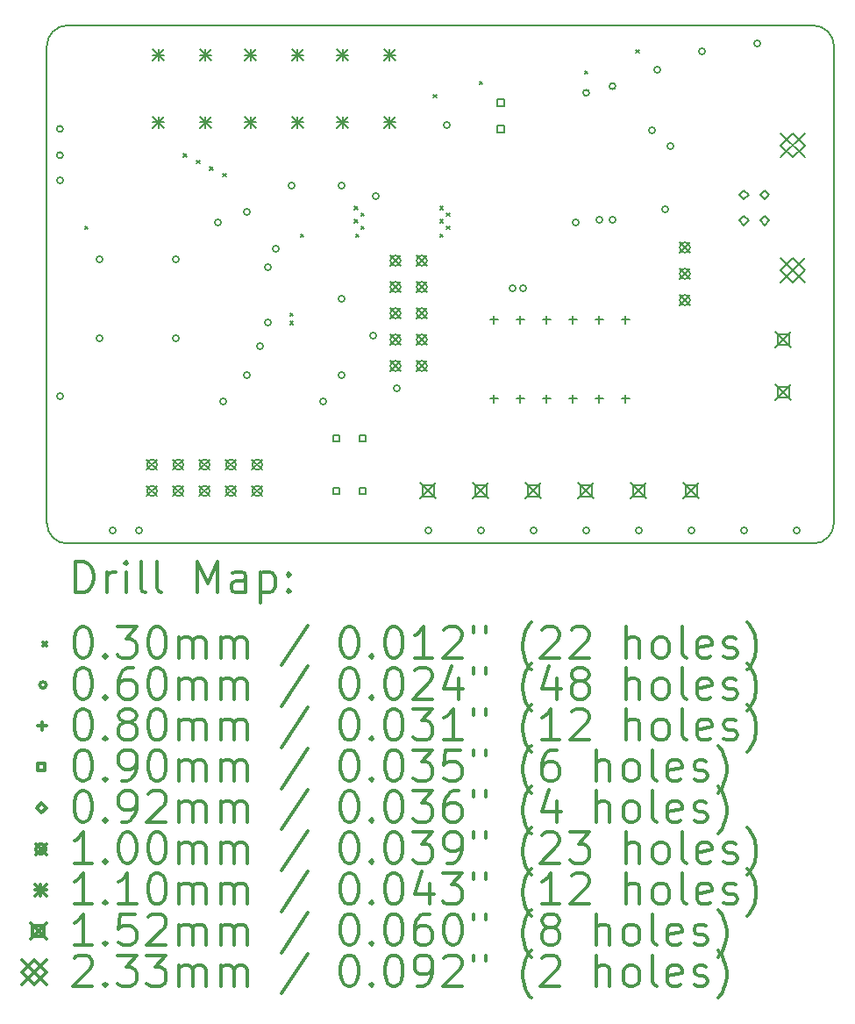
<source format=gbr>
%FSLAX45Y45*%
G04 Gerber Fmt 4.5, Leading zero omitted, Abs format (unit mm)*
G04 Created by KiCad (PCBNEW (5.0.2)-1) date 2019/08/20 1:32:26*
%MOMM*%
%LPD*%
G01*
G04 APERTURE LIST*
%ADD10C,0.150000*%
%ADD11C,0.200000*%
%ADD12C,0.300000*%
G04 APERTURE END LIST*
D10*
X11811000Y-8408000D02*
G75*
G02X12011000Y-8208000I200000J0D01*
G01*
X12011000Y-13208000D02*
G75*
G02X11811000Y-13008000I0J200000D01*
G01*
X19411000Y-13008000D02*
G75*
G02X19211000Y-13208000I-200000J0D01*
G01*
X19211000Y-8208000D02*
G75*
G02X19411000Y-8408000I0J-200000D01*
G01*
X19411000Y-13008000D02*
X19411000Y-8408000D01*
X19211000Y-13208000D02*
X12011000Y-13208000D01*
X12011000Y-8208000D02*
X19211000Y-8208000D01*
X11811000Y-13008000D02*
X11811000Y-8408000D01*
D11*
X12177000Y-10145000D02*
X12207000Y-10175000D01*
X12207000Y-10145000D02*
X12177000Y-10175000D01*
X13129499Y-9446500D02*
X13159499Y-9476500D01*
X13159499Y-9446500D02*
X13129499Y-9476500D01*
X13256500Y-9510000D02*
X13286500Y-9540000D01*
X13286500Y-9510000D02*
X13256500Y-9540000D01*
X13383500Y-9573500D02*
X13413500Y-9603500D01*
X13413500Y-9573500D02*
X13383500Y-9603500D01*
X13510501Y-9637000D02*
X13540501Y-9667000D01*
X13540501Y-9637000D02*
X13510501Y-9667000D01*
X14158200Y-11063201D02*
X14188200Y-11093201D01*
X14188200Y-11063201D02*
X14158200Y-11093201D01*
X14158200Y-10983200D02*
X14188200Y-11013200D01*
X14188200Y-10983200D02*
X14158200Y-11013200D01*
X14259800Y-10221200D02*
X14289800Y-10251200D01*
X14289800Y-10221200D02*
X14259800Y-10251200D01*
X14780500Y-9955500D02*
X14810500Y-9985500D01*
X14810500Y-9955500D02*
X14780500Y-9985500D01*
X14780500Y-10081500D02*
X14810500Y-10111500D01*
X14810500Y-10081500D02*
X14780500Y-10111500D01*
X14793200Y-10221200D02*
X14823200Y-10251200D01*
X14823200Y-10221200D02*
X14793200Y-10251200D01*
X14844000Y-10018000D02*
X14874000Y-10048000D01*
X14874000Y-10018000D02*
X14844000Y-10048000D01*
X14844000Y-10145000D02*
X14874000Y-10175000D01*
X14874000Y-10145000D02*
X14844000Y-10175000D01*
X15542500Y-8875000D02*
X15572500Y-8905000D01*
X15572500Y-8875000D02*
X15542500Y-8905000D01*
X15606000Y-9954500D02*
X15636000Y-9984500D01*
X15636000Y-9954500D02*
X15606000Y-9984500D01*
X15606000Y-10081500D02*
X15636000Y-10111500D01*
X15636000Y-10081500D02*
X15606000Y-10111500D01*
X15606000Y-10221200D02*
X15636000Y-10251200D01*
X15636000Y-10221200D02*
X15606000Y-10251200D01*
X15669500Y-10018000D02*
X15699500Y-10048000D01*
X15699500Y-10018000D02*
X15669500Y-10048000D01*
X15669500Y-10145000D02*
X15699500Y-10175000D01*
X15699500Y-10145000D02*
X15669500Y-10175000D01*
X15987000Y-8748000D02*
X16017000Y-8778000D01*
X16017000Y-8748000D02*
X15987000Y-8778000D01*
X17003000Y-8646400D02*
X17033000Y-8676400D01*
X17033000Y-8646400D02*
X17003000Y-8676400D01*
X17501250Y-8443200D02*
X17531250Y-8473200D01*
X17531250Y-8443200D02*
X17501250Y-8473200D01*
X11968000Y-9207500D02*
G75*
G03X11968000Y-9207500I-30000J0D01*
G01*
X11968000Y-9461500D02*
G75*
G03X11968000Y-9461500I-30000J0D01*
G01*
X11968000Y-9702800D02*
G75*
G03X11968000Y-9702800I-30000J0D01*
G01*
X11968000Y-11785600D02*
G75*
G03X11968000Y-11785600I-30000J0D01*
G01*
X12349000Y-10464800D02*
G75*
G03X12349000Y-10464800I-30000J0D01*
G01*
X12349000Y-11226800D02*
G75*
G03X12349000Y-11226800I-30000J0D01*
G01*
X12476000Y-13081000D02*
G75*
G03X12476000Y-13081000I-30000J0D01*
G01*
X12730000Y-13081000D02*
G75*
G03X12730000Y-13081000I-30000J0D01*
G01*
X13085600Y-10464800D02*
G75*
G03X13085600Y-10464800I-30000J0D01*
G01*
X13085600Y-11226800D02*
G75*
G03X13085600Y-11226800I-30000J0D01*
G01*
X13492000Y-10109200D02*
G75*
G03X13492000Y-10109200I-30000J0D01*
G01*
X13542800Y-11836400D02*
G75*
G03X13542800Y-11836400I-30000J0D01*
G01*
X13771400Y-10007600D02*
G75*
G03X13771400Y-10007600I-30000J0D01*
G01*
X13771400Y-11582400D02*
G75*
G03X13771400Y-11582400I-30000J0D01*
G01*
X13898400Y-11303000D02*
G75*
G03X13898400Y-11303000I-30000J0D01*
G01*
X13974600Y-10541000D02*
G75*
G03X13974600Y-10541000I-30000J0D01*
G01*
X13974600Y-11074400D02*
G75*
G03X13974600Y-11074400I-30000J0D01*
G01*
X14050800Y-10363200D02*
G75*
G03X14050800Y-10363200I-30000J0D01*
G01*
X14203200Y-9753600D02*
G75*
G03X14203200Y-9753600I-30000J0D01*
G01*
X14508000Y-11836400D02*
G75*
G03X14508000Y-11836400I-30000J0D01*
G01*
X14685800Y-9753600D02*
G75*
G03X14685800Y-9753600I-30000J0D01*
G01*
X14685800Y-10845800D02*
G75*
G03X14685800Y-10845800I-30000J0D01*
G01*
X14685800Y-11582400D02*
G75*
G03X14685800Y-11582400I-30000J0D01*
G01*
X14990600Y-11201400D02*
G75*
G03X14990600Y-11201400I-30000J0D01*
G01*
X15016000Y-9855200D02*
G75*
G03X15016000Y-9855200I-30000J0D01*
G01*
X15219200Y-11709400D02*
G75*
G03X15219200Y-11709400I-30000J0D01*
G01*
X15524000Y-13081000D02*
G75*
G03X15524000Y-13081000I-30000J0D01*
G01*
X15701800Y-9169400D02*
G75*
G03X15701800Y-9169400I-30000J0D01*
G01*
X16032000Y-13081000D02*
G75*
G03X16032000Y-13081000I-30000J0D01*
G01*
X16336800Y-10744200D02*
G75*
G03X16336800Y-10744200I-30000J0D01*
G01*
X16438400Y-10744200D02*
G75*
G03X16438400Y-10744200I-30000J0D01*
G01*
X16540000Y-13081000D02*
G75*
G03X16540000Y-13081000I-30000J0D01*
G01*
X16946400Y-10109200D02*
G75*
G03X16946400Y-10109200I-30000J0D01*
G01*
X17048000Y-8858250D02*
G75*
G03X17048000Y-8858250I-30000J0D01*
G01*
X17048000Y-13081000D02*
G75*
G03X17048000Y-13081000I-30000J0D01*
G01*
X17175000Y-10083800D02*
G75*
G03X17175000Y-10083800I-30000J0D01*
G01*
X17302000Y-8794750D02*
G75*
G03X17302000Y-8794750I-30000J0D01*
G01*
X17302000Y-10083800D02*
G75*
G03X17302000Y-10083800I-30000J0D01*
G01*
X17556000Y-13081000D02*
G75*
G03X17556000Y-13081000I-30000J0D01*
G01*
X17683000Y-9220200D02*
G75*
G03X17683000Y-9220200I-30000J0D01*
G01*
X17733800Y-8636000D02*
G75*
G03X17733800Y-8636000I-30000J0D01*
G01*
X17810000Y-9982200D02*
G75*
G03X17810000Y-9982200I-30000J0D01*
G01*
X17860800Y-9372600D02*
G75*
G03X17860800Y-9372600I-30000J0D01*
G01*
X18064000Y-13081000D02*
G75*
G03X18064000Y-13081000I-30000J0D01*
G01*
X18165600Y-8458200D02*
G75*
G03X18165600Y-8458200I-30000J0D01*
G01*
X18572000Y-13081000D02*
G75*
G03X18572000Y-13081000I-30000J0D01*
G01*
X18699000Y-8382000D02*
G75*
G03X18699000Y-8382000I-30000J0D01*
G01*
X19080000Y-13081000D02*
G75*
G03X19080000Y-13081000I-30000J0D01*
G01*
X16129000Y-11009000D02*
X16129000Y-11089000D01*
X16089000Y-11049000D02*
X16169000Y-11049000D01*
X16129000Y-11771000D02*
X16129000Y-11851000D01*
X16089000Y-11811000D02*
X16169000Y-11811000D01*
X16383000Y-11009000D02*
X16383000Y-11089000D01*
X16343000Y-11049000D02*
X16423000Y-11049000D01*
X16383000Y-11771000D02*
X16383000Y-11851000D01*
X16343000Y-11811000D02*
X16423000Y-11811000D01*
X16637000Y-11009000D02*
X16637000Y-11089000D01*
X16597000Y-11049000D02*
X16677000Y-11049000D01*
X16637000Y-11771000D02*
X16637000Y-11851000D01*
X16597000Y-11811000D02*
X16677000Y-11811000D01*
X16891000Y-11009000D02*
X16891000Y-11089000D01*
X16851000Y-11049000D02*
X16931000Y-11049000D01*
X16891000Y-11771000D02*
X16891000Y-11851000D01*
X16851000Y-11811000D02*
X16931000Y-11811000D01*
X17145000Y-11009000D02*
X17145000Y-11089000D01*
X17105000Y-11049000D02*
X17185000Y-11049000D01*
X17145000Y-11771000D02*
X17145000Y-11851000D01*
X17105000Y-11811000D02*
X17185000Y-11811000D01*
X17399000Y-11009000D02*
X17399000Y-11089000D01*
X17359000Y-11049000D02*
X17439000Y-11049000D01*
X17399000Y-11771000D02*
X17399000Y-11851000D01*
X17359000Y-11811000D02*
X17439000Y-11811000D01*
X14636820Y-12731820D02*
X14636820Y-12668180D01*
X14573180Y-12668180D01*
X14573180Y-12731820D01*
X14636820Y-12731820D01*
X14890820Y-12731820D02*
X14890820Y-12668180D01*
X14827180Y-12668180D01*
X14827180Y-12731820D01*
X14890820Y-12731820D01*
X16224320Y-8985320D02*
X16224320Y-8921680D01*
X16160680Y-8921680D01*
X16160680Y-8985320D01*
X16224320Y-8985320D01*
X16224320Y-9239320D02*
X16224320Y-9175680D01*
X16160680Y-9175680D01*
X16160680Y-9239320D01*
X16224320Y-9239320D01*
X14636820Y-12223820D02*
X14636820Y-12160180D01*
X14573180Y-12160180D01*
X14573180Y-12223820D01*
X14636820Y-12223820D01*
X14890820Y-12223820D02*
X14890820Y-12160180D01*
X14827180Y-12160180D01*
X14827180Y-12223820D01*
X14890820Y-12223820D01*
X18542000Y-9888500D02*
X18588000Y-9842500D01*
X18542000Y-9796500D01*
X18496000Y-9842500D01*
X18542000Y-9888500D01*
X18542000Y-10138500D02*
X18588000Y-10092500D01*
X18542000Y-10046500D01*
X18496000Y-10092500D01*
X18542000Y-10138500D01*
X18742000Y-9888500D02*
X18788000Y-9842500D01*
X18742000Y-9796500D01*
X18696000Y-9842500D01*
X18742000Y-9888500D01*
X18742000Y-10138500D02*
X18788000Y-10092500D01*
X18742000Y-10046500D01*
X18696000Y-10092500D01*
X18742000Y-10138500D01*
X17920500Y-10300500D02*
X18020500Y-10400500D01*
X18020500Y-10300500D02*
X17920500Y-10400500D01*
X18020500Y-10350500D02*
G75*
G03X18020500Y-10350500I-50000J0D01*
G01*
X17920500Y-10554500D02*
X18020500Y-10654500D01*
X18020500Y-10554500D02*
X17920500Y-10654500D01*
X18020500Y-10604500D02*
G75*
G03X18020500Y-10604500I-50000J0D01*
G01*
X17920500Y-10808500D02*
X18020500Y-10908500D01*
X18020500Y-10808500D02*
X17920500Y-10908500D01*
X18020500Y-10858500D02*
G75*
G03X18020500Y-10858500I-50000J0D01*
G01*
X15126500Y-10427500D02*
X15226500Y-10527500D01*
X15226500Y-10427500D02*
X15126500Y-10527500D01*
X15226500Y-10477500D02*
G75*
G03X15226500Y-10477500I-50000J0D01*
G01*
X15126500Y-10681500D02*
X15226500Y-10781500D01*
X15226500Y-10681500D02*
X15126500Y-10781500D01*
X15226500Y-10731500D02*
G75*
G03X15226500Y-10731500I-50000J0D01*
G01*
X15126500Y-10935500D02*
X15226500Y-11035500D01*
X15226500Y-10935500D02*
X15126500Y-11035500D01*
X15226500Y-10985500D02*
G75*
G03X15226500Y-10985500I-50000J0D01*
G01*
X15126500Y-11189500D02*
X15226500Y-11289500D01*
X15226500Y-11189500D02*
X15126500Y-11289500D01*
X15226500Y-11239500D02*
G75*
G03X15226500Y-11239500I-50000J0D01*
G01*
X15126500Y-11443500D02*
X15226500Y-11543500D01*
X15226500Y-11443500D02*
X15126500Y-11543500D01*
X15226500Y-11493500D02*
G75*
G03X15226500Y-11493500I-50000J0D01*
G01*
X15380500Y-10427500D02*
X15480500Y-10527500D01*
X15480500Y-10427500D02*
X15380500Y-10527500D01*
X15480500Y-10477500D02*
G75*
G03X15480500Y-10477500I-50000J0D01*
G01*
X15380500Y-10681500D02*
X15480500Y-10781500D01*
X15480500Y-10681500D02*
X15380500Y-10781500D01*
X15480500Y-10731500D02*
G75*
G03X15480500Y-10731500I-50000J0D01*
G01*
X15380500Y-10935500D02*
X15480500Y-11035500D01*
X15480500Y-10935500D02*
X15380500Y-11035500D01*
X15480500Y-10985500D02*
G75*
G03X15480500Y-10985500I-50000J0D01*
G01*
X15380500Y-11189500D02*
X15480500Y-11289500D01*
X15480500Y-11189500D02*
X15380500Y-11289500D01*
X15480500Y-11239500D02*
G75*
G03X15480500Y-11239500I-50000J0D01*
G01*
X15380500Y-11443500D02*
X15480500Y-11543500D01*
X15480500Y-11443500D02*
X15380500Y-11543500D01*
X15480500Y-11493500D02*
G75*
G03X15480500Y-11493500I-50000J0D01*
G01*
X12777000Y-12396000D02*
X12877000Y-12496000D01*
X12877000Y-12396000D02*
X12777000Y-12496000D01*
X12877000Y-12446000D02*
G75*
G03X12877000Y-12446000I-50000J0D01*
G01*
X12777000Y-12650000D02*
X12877000Y-12750000D01*
X12877000Y-12650000D02*
X12777000Y-12750000D01*
X12877000Y-12700000D02*
G75*
G03X12877000Y-12700000I-50000J0D01*
G01*
X13031000Y-12396000D02*
X13131000Y-12496000D01*
X13131000Y-12396000D02*
X13031000Y-12496000D01*
X13131000Y-12446000D02*
G75*
G03X13131000Y-12446000I-50000J0D01*
G01*
X13031000Y-12650000D02*
X13131000Y-12750000D01*
X13131000Y-12650000D02*
X13031000Y-12750000D01*
X13131000Y-12700000D02*
G75*
G03X13131000Y-12700000I-50000J0D01*
G01*
X13285000Y-12396000D02*
X13385000Y-12496000D01*
X13385000Y-12396000D02*
X13285000Y-12496000D01*
X13385000Y-12446000D02*
G75*
G03X13385000Y-12446000I-50000J0D01*
G01*
X13285000Y-12650000D02*
X13385000Y-12750000D01*
X13385000Y-12650000D02*
X13285000Y-12750000D01*
X13385000Y-12700000D02*
G75*
G03X13385000Y-12700000I-50000J0D01*
G01*
X13539000Y-12396000D02*
X13639000Y-12496000D01*
X13639000Y-12396000D02*
X13539000Y-12496000D01*
X13639000Y-12446000D02*
G75*
G03X13639000Y-12446000I-50000J0D01*
G01*
X13539000Y-12650000D02*
X13639000Y-12750000D01*
X13639000Y-12650000D02*
X13539000Y-12750000D01*
X13639000Y-12700000D02*
G75*
G03X13639000Y-12700000I-50000J0D01*
G01*
X13793000Y-12396000D02*
X13893000Y-12496000D01*
X13893000Y-12396000D02*
X13793000Y-12496000D01*
X13893000Y-12446000D02*
G75*
G03X13893000Y-12446000I-50000J0D01*
G01*
X13793000Y-12650000D02*
X13893000Y-12750000D01*
X13893000Y-12650000D02*
X13793000Y-12750000D01*
X13893000Y-12700000D02*
G75*
G03X13893000Y-12700000I-50000J0D01*
G01*
X13724500Y-8439000D02*
X13834500Y-8549000D01*
X13834500Y-8439000D02*
X13724500Y-8549000D01*
X13779500Y-8439000D02*
X13779500Y-8549000D01*
X13724500Y-8494000D02*
X13834500Y-8494000D01*
X13724500Y-9089000D02*
X13834500Y-9199000D01*
X13834500Y-9089000D02*
X13724500Y-9199000D01*
X13779500Y-9089000D02*
X13779500Y-9199000D01*
X13724500Y-9144000D02*
X13834500Y-9144000D01*
X14174500Y-8439000D02*
X14284500Y-8549000D01*
X14284500Y-8439000D02*
X14174500Y-8549000D01*
X14229500Y-8439000D02*
X14229500Y-8549000D01*
X14174500Y-8494000D02*
X14284500Y-8494000D01*
X14174500Y-9089000D02*
X14284500Y-9199000D01*
X14284500Y-9089000D02*
X14174500Y-9199000D01*
X14229500Y-9089000D02*
X14229500Y-9199000D01*
X14174500Y-9144000D02*
X14284500Y-9144000D01*
X12835500Y-8439000D02*
X12945500Y-8549000D01*
X12945500Y-8439000D02*
X12835500Y-8549000D01*
X12890500Y-8439000D02*
X12890500Y-8549000D01*
X12835500Y-8494000D02*
X12945500Y-8494000D01*
X12835500Y-9089000D02*
X12945500Y-9199000D01*
X12945500Y-9089000D02*
X12835500Y-9199000D01*
X12890500Y-9089000D02*
X12890500Y-9199000D01*
X12835500Y-9144000D02*
X12945500Y-9144000D01*
X13285500Y-8439000D02*
X13395500Y-8549000D01*
X13395500Y-8439000D02*
X13285500Y-8549000D01*
X13340500Y-8439000D02*
X13340500Y-8549000D01*
X13285500Y-8494000D02*
X13395500Y-8494000D01*
X13285500Y-9089000D02*
X13395500Y-9199000D01*
X13395500Y-9089000D02*
X13285500Y-9199000D01*
X13340500Y-9089000D02*
X13340500Y-9199000D01*
X13285500Y-9144000D02*
X13395500Y-9144000D01*
X14613500Y-8439000D02*
X14723500Y-8549000D01*
X14723500Y-8439000D02*
X14613500Y-8549000D01*
X14668500Y-8439000D02*
X14668500Y-8549000D01*
X14613500Y-8494000D02*
X14723500Y-8494000D01*
X14613500Y-9089000D02*
X14723500Y-9199000D01*
X14723500Y-9089000D02*
X14613500Y-9199000D01*
X14668500Y-9089000D02*
X14668500Y-9199000D01*
X14613500Y-9144000D02*
X14723500Y-9144000D01*
X15063500Y-8439000D02*
X15173500Y-8549000D01*
X15173500Y-8439000D02*
X15063500Y-8549000D01*
X15118500Y-8439000D02*
X15118500Y-8549000D01*
X15063500Y-8494000D02*
X15173500Y-8494000D01*
X15063500Y-9089000D02*
X15173500Y-9199000D01*
X15173500Y-9089000D02*
X15063500Y-9199000D01*
X15118500Y-9089000D02*
X15118500Y-9199000D01*
X15063500Y-9144000D02*
X15173500Y-9144000D01*
X17450000Y-12624000D02*
X17602000Y-12776000D01*
X17602000Y-12624000D02*
X17450000Y-12776000D01*
X17579741Y-12753741D02*
X17579741Y-12646259D01*
X17472259Y-12646259D01*
X17472259Y-12753741D01*
X17579741Y-12753741D01*
X17958000Y-12624000D02*
X18110000Y-12776000D01*
X18110000Y-12624000D02*
X17958000Y-12776000D01*
X18087741Y-12753741D02*
X18087741Y-12646259D01*
X17980259Y-12646259D01*
X17980259Y-12753741D01*
X18087741Y-12753741D01*
X16434000Y-12624000D02*
X16586000Y-12776000D01*
X16586000Y-12624000D02*
X16434000Y-12776000D01*
X16563741Y-12753741D02*
X16563741Y-12646259D01*
X16456259Y-12646259D01*
X16456259Y-12753741D01*
X16563741Y-12753741D01*
X16942000Y-12624000D02*
X17094000Y-12776000D01*
X17094000Y-12624000D02*
X16942000Y-12776000D01*
X17071741Y-12753741D02*
X17071741Y-12646259D01*
X16964259Y-12646259D01*
X16964259Y-12753741D01*
X17071741Y-12753741D01*
X15418000Y-12624000D02*
X15570000Y-12776000D01*
X15570000Y-12624000D02*
X15418000Y-12776000D01*
X15547741Y-12753741D02*
X15547741Y-12646259D01*
X15440259Y-12646259D01*
X15440259Y-12753741D01*
X15547741Y-12753741D01*
X15926000Y-12624000D02*
X16078000Y-12776000D01*
X16078000Y-12624000D02*
X15926000Y-12776000D01*
X16055741Y-12753741D02*
X16055741Y-12646259D01*
X15948259Y-12646259D01*
X15948259Y-12753741D01*
X16055741Y-12753741D01*
X18847000Y-11163500D02*
X18999000Y-11315500D01*
X18999000Y-11163500D02*
X18847000Y-11315500D01*
X18976741Y-11293241D02*
X18976741Y-11185759D01*
X18869259Y-11185759D01*
X18869259Y-11293241D01*
X18976741Y-11293241D01*
X18847000Y-11671500D02*
X18999000Y-11823500D01*
X18999000Y-11671500D02*
X18847000Y-11823500D01*
X18976741Y-11801241D02*
X18976741Y-11693759D01*
X18869259Y-11693759D01*
X18869259Y-11801241D01*
X18976741Y-11801241D01*
X18896500Y-9249000D02*
X19129500Y-9482000D01*
X19129500Y-9249000D02*
X18896500Y-9482000D01*
X19013000Y-9482000D02*
X19129500Y-9365500D01*
X19013000Y-9249000D01*
X18896500Y-9365500D01*
X19013000Y-9482000D01*
X18896500Y-10453000D02*
X19129500Y-10686000D01*
X19129500Y-10453000D02*
X18896500Y-10686000D01*
X19013000Y-10686000D02*
X19129500Y-10569500D01*
X19013000Y-10453000D01*
X18896500Y-10569500D01*
X19013000Y-10686000D01*
D12*
X12089928Y-13681214D02*
X12089928Y-13381214D01*
X12161357Y-13381214D01*
X12204214Y-13395500D01*
X12232786Y-13424071D01*
X12247071Y-13452643D01*
X12261357Y-13509786D01*
X12261357Y-13552643D01*
X12247071Y-13609786D01*
X12232786Y-13638357D01*
X12204214Y-13666929D01*
X12161357Y-13681214D01*
X12089928Y-13681214D01*
X12389928Y-13681214D02*
X12389928Y-13481214D01*
X12389928Y-13538357D02*
X12404214Y-13509786D01*
X12418500Y-13495500D01*
X12447071Y-13481214D01*
X12475643Y-13481214D01*
X12575643Y-13681214D02*
X12575643Y-13481214D01*
X12575643Y-13381214D02*
X12561357Y-13395500D01*
X12575643Y-13409786D01*
X12589928Y-13395500D01*
X12575643Y-13381214D01*
X12575643Y-13409786D01*
X12761357Y-13681214D02*
X12732786Y-13666929D01*
X12718500Y-13638357D01*
X12718500Y-13381214D01*
X12918500Y-13681214D02*
X12889928Y-13666929D01*
X12875643Y-13638357D01*
X12875643Y-13381214D01*
X13261357Y-13681214D02*
X13261357Y-13381214D01*
X13361357Y-13595500D01*
X13461357Y-13381214D01*
X13461357Y-13681214D01*
X13732786Y-13681214D02*
X13732786Y-13524071D01*
X13718500Y-13495500D01*
X13689928Y-13481214D01*
X13632786Y-13481214D01*
X13604214Y-13495500D01*
X13732786Y-13666929D02*
X13704214Y-13681214D01*
X13632786Y-13681214D01*
X13604214Y-13666929D01*
X13589928Y-13638357D01*
X13589928Y-13609786D01*
X13604214Y-13581214D01*
X13632786Y-13566929D01*
X13704214Y-13566929D01*
X13732786Y-13552643D01*
X13875643Y-13481214D02*
X13875643Y-13781214D01*
X13875643Y-13495500D02*
X13904214Y-13481214D01*
X13961357Y-13481214D01*
X13989928Y-13495500D01*
X14004214Y-13509786D01*
X14018500Y-13538357D01*
X14018500Y-13624071D01*
X14004214Y-13652643D01*
X13989928Y-13666929D01*
X13961357Y-13681214D01*
X13904214Y-13681214D01*
X13875643Y-13666929D01*
X14147071Y-13652643D02*
X14161357Y-13666929D01*
X14147071Y-13681214D01*
X14132786Y-13666929D01*
X14147071Y-13652643D01*
X14147071Y-13681214D01*
X14147071Y-13495500D02*
X14161357Y-13509786D01*
X14147071Y-13524071D01*
X14132786Y-13509786D01*
X14147071Y-13495500D01*
X14147071Y-13524071D01*
X11773500Y-14160500D02*
X11803500Y-14190500D01*
X11803500Y-14160500D02*
X11773500Y-14190500D01*
X12147071Y-14011214D02*
X12175643Y-14011214D01*
X12204214Y-14025500D01*
X12218500Y-14039786D01*
X12232786Y-14068357D01*
X12247071Y-14125500D01*
X12247071Y-14196929D01*
X12232786Y-14254071D01*
X12218500Y-14282643D01*
X12204214Y-14296929D01*
X12175643Y-14311214D01*
X12147071Y-14311214D01*
X12118500Y-14296929D01*
X12104214Y-14282643D01*
X12089928Y-14254071D01*
X12075643Y-14196929D01*
X12075643Y-14125500D01*
X12089928Y-14068357D01*
X12104214Y-14039786D01*
X12118500Y-14025500D01*
X12147071Y-14011214D01*
X12375643Y-14282643D02*
X12389928Y-14296929D01*
X12375643Y-14311214D01*
X12361357Y-14296929D01*
X12375643Y-14282643D01*
X12375643Y-14311214D01*
X12489928Y-14011214D02*
X12675643Y-14011214D01*
X12575643Y-14125500D01*
X12618500Y-14125500D01*
X12647071Y-14139786D01*
X12661357Y-14154071D01*
X12675643Y-14182643D01*
X12675643Y-14254071D01*
X12661357Y-14282643D01*
X12647071Y-14296929D01*
X12618500Y-14311214D01*
X12532786Y-14311214D01*
X12504214Y-14296929D01*
X12489928Y-14282643D01*
X12861357Y-14011214D02*
X12889928Y-14011214D01*
X12918500Y-14025500D01*
X12932786Y-14039786D01*
X12947071Y-14068357D01*
X12961357Y-14125500D01*
X12961357Y-14196929D01*
X12947071Y-14254071D01*
X12932786Y-14282643D01*
X12918500Y-14296929D01*
X12889928Y-14311214D01*
X12861357Y-14311214D01*
X12832786Y-14296929D01*
X12818500Y-14282643D01*
X12804214Y-14254071D01*
X12789928Y-14196929D01*
X12789928Y-14125500D01*
X12804214Y-14068357D01*
X12818500Y-14039786D01*
X12832786Y-14025500D01*
X12861357Y-14011214D01*
X13089928Y-14311214D02*
X13089928Y-14111214D01*
X13089928Y-14139786D02*
X13104214Y-14125500D01*
X13132786Y-14111214D01*
X13175643Y-14111214D01*
X13204214Y-14125500D01*
X13218500Y-14154071D01*
X13218500Y-14311214D01*
X13218500Y-14154071D02*
X13232786Y-14125500D01*
X13261357Y-14111214D01*
X13304214Y-14111214D01*
X13332786Y-14125500D01*
X13347071Y-14154071D01*
X13347071Y-14311214D01*
X13489928Y-14311214D02*
X13489928Y-14111214D01*
X13489928Y-14139786D02*
X13504214Y-14125500D01*
X13532786Y-14111214D01*
X13575643Y-14111214D01*
X13604214Y-14125500D01*
X13618500Y-14154071D01*
X13618500Y-14311214D01*
X13618500Y-14154071D02*
X13632786Y-14125500D01*
X13661357Y-14111214D01*
X13704214Y-14111214D01*
X13732786Y-14125500D01*
X13747071Y-14154071D01*
X13747071Y-14311214D01*
X14332786Y-13996929D02*
X14075643Y-14382643D01*
X14718500Y-14011214D02*
X14747071Y-14011214D01*
X14775643Y-14025500D01*
X14789928Y-14039786D01*
X14804214Y-14068357D01*
X14818500Y-14125500D01*
X14818500Y-14196929D01*
X14804214Y-14254071D01*
X14789928Y-14282643D01*
X14775643Y-14296929D01*
X14747071Y-14311214D01*
X14718500Y-14311214D01*
X14689928Y-14296929D01*
X14675643Y-14282643D01*
X14661357Y-14254071D01*
X14647071Y-14196929D01*
X14647071Y-14125500D01*
X14661357Y-14068357D01*
X14675643Y-14039786D01*
X14689928Y-14025500D01*
X14718500Y-14011214D01*
X14947071Y-14282643D02*
X14961357Y-14296929D01*
X14947071Y-14311214D01*
X14932786Y-14296929D01*
X14947071Y-14282643D01*
X14947071Y-14311214D01*
X15147071Y-14011214D02*
X15175643Y-14011214D01*
X15204214Y-14025500D01*
X15218500Y-14039786D01*
X15232786Y-14068357D01*
X15247071Y-14125500D01*
X15247071Y-14196929D01*
X15232786Y-14254071D01*
X15218500Y-14282643D01*
X15204214Y-14296929D01*
X15175643Y-14311214D01*
X15147071Y-14311214D01*
X15118500Y-14296929D01*
X15104214Y-14282643D01*
X15089928Y-14254071D01*
X15075643Y-14196929D01*
X15075643Y-14125500D01*
X15089928Y-14068357D01*
X15104214Y-14039786D01*
X15118500Y-14025500D01*
X15147071Y-14011214D01*
X15532786Y-14311214D02*
X15361357Y-14311214D01*
X15447071Y-14311214D02*
X15447071Y-14011214D01*
X15418500Y-14054071D01*
X15389928Y-14082643D01*
X15361357Y-14096929D01*
X15647071Y-14039786D02*
X15661357Y-14025500D01*
X15689928Y-14011214D01*
X15761357Y-14011214D01*
X15789928Y-14025500D01*
X15804214Y-14039786D01*
X15818500Y-14068357D01*
X15818500Y-14096929D01*
X15804214Y-14139786D01*
X15632786Y-14311214D01*
X15818500Y-14311214D01*
X15932786Y-14011214D02*
X15932786Y-14068357D01*
X16047071Y-14011214D02*
X16047071Y-14068357D01*
X16489928Y-14425500D02*
X16475643Y-14411214D01*
X16447071Y-14368357D01*
X16432786Y-14339786D01*
X16418500Y-14296929D01*
X16404214Y-14225500D01*
X16404214Y-14168357D01*
X16418500Y-14096929D01*
X16432786Y-14054071D01*
X16447071Y-14025500D01*
X16475643Y-13982643D01*
X16489928Y-13968357D01*
X16589928Y-14039786D02*
X16604214Y-14025500D01*
X16632786Y-14011214D01*
X16704214Y-14011214D01*
X16732786Y-14025500D01*
X16747071Y-14039786D01*
X16761357Y-14068357D01*
X16761357Y-14096929D01*
X16747071Y-14139786D01*
X16575643Y-14311214D01*
X16761357Y-14311214D01*
X16875643Y-14039786D02*
X16889928Y-14025500D01*
X16918500Y-14011214D01*
X16989928Y-14011214D01*
X17018500Y-14025500D01*
X17032786Y-14039786D01*
X17047071Y-14068357D01*
X17047071Y-14096929D01*
X17032786Y-14139786D01*
X16861357Y-14311214D01*
X17047071Y-14311214D01*
X17404214Y-14311214D02*
X17404214Y-14011214D01*
X17532786Y-14311214D02*
X17532786Y-14154071D01*
X17518500Y-14125500D01*
X17489928Y-14111214D01*
X17447071Y-14111214D01*
X17418500Y-14125500D01*
X17404214Y-14139786D01*
X17718500Y-14311214D02*
X17689928Y-14296929D01*
X17675643Y-14282643D01*
X17661357Y-14254071D01*
X17661357Y-14168357D01*
X17675643Y-14139786D01*
X17689928Y-14125500D01*
X17718500Y-14111214D01*
X17761357Y-14111214D01*
X17789928Y-14125500D01*
X17804214Y-14139786D01*
X17818500Y-14168357D01*
X17818500Y-14254071D01*
X17804214Y-14282643D01*
X17789928Y-14296929D01*
X17761357Y-14311214D01*
X17718500Y-14311214D01*
X17989928Y-14311214D02*
X17961357Y-14296929D01*
X17947071Y-14268357D01*
X17947071Y-14011214D01*
X18218500Y-14296929D02*
X18189928Y-14311214D01*
X18132786Y-14311214D01*
X18104214Y-14296929D01*
X18089928Y-14268357D01*
X18089928Y-14154071D01*
X18104214Y-14125500D01*
X18132786Y-14111214D01*
X18189928Y-14111214D01*
X18218500Y-14125500D01*
X18232786Y-14154071D01*
X18232786Y-14182643D01*
X18089928Y-14211214D01*
X18347071Y-14296929D02*
X18375643Y-14311214D01*
X18432786Y-14311214D01*
X18461357Y-14296929D01*
X18475643Y-14268357D01*
X18475643Y-14254071D01*
X18461357Y-14225500D01*
X18432786Y-14211214D01*
X18389928Y-14211214D01*
X18361357Y-14196929D01*
X18347071Y-14168357D01*
X18347071Y-14154071D01*
X18361357Y-14125500D01*
X18389928Y-14111214D01*
X18432786Y-14111214D01*
X18461357Y-14125500D01*
X18575643Y-14425500D02*
X18589928Y-14411214D01*
X18618500Y-14368357D01*
X18632786Y-14339786D01*
X18647071Y-14296929D01*
X18661357Y-14225500D01*
X18661357Y-14168357D01*
X18647071Y-14096929D01*
X18632786Y-14054071D01*
X18618500Y-14025500D01*
X18589928Y-13982643D01*
X18575643Y-13968357D01*
X11803500Y-14571500D02*
G75*
G03X11803500Y-14571500I-30000J0D01*
G01*
X12147071Y-14407214D02*
X12175643Y-14407214D01*
X12204214Y-14421500D01*
X12218500Y-14435786D01*
X12232786Y-14464357D01*
X12247071Y-14521500D01*
X12247071Y-14592929D01*
X12232786Y-14650071D01*
X12218500Y-14678643D01*
X12204214Y-14692929D01*
X12175643Y-14707214D01*
X12147071Y-14707214D01*
X12118500Y-14692929D01*
X12104214Y-14678643D01*
X12089928Y-14650071D01*
X12075643Y-14592929D01*
X12075643Y-14521500D01*
X12089928Y-14464357D01*
X12104214Y-14435786D01*
X12118500Y-14421500D01*
X12147071Y-14407214D01*
X12375643Y-14678643D02*
X12389928Y-14692929D01*
X12375643Y-14707214D01*
X12361357Y-14692929D01*
X12375643Y-14678643D01*
X12375643Y-14707214D01*
X12647071Y-14407214D02*
X12589928Y-14407214D01*
X12561357Y-14421500D01*
X12547071Y-14435786D01*
X12518500Y-14478643D01*
X12504214Y-14535786D01*
X12504214Y-14650071D01*
X12518500Y-14678643D01*
X12532786Y-14692929D01*
X12561357Y-14707214D01*
X12618500Y-14707214D01*
X12647071Y-14692929D01*
X12661357Y-14678643D01*
X12675643Y-14650071D01*
X12675643Y-14578643D01*
X12661357Y-14550071D01*
X12647071Y-14535786D01*
X12618500Y-14521500D01*
X12561357Y-14521500D01*
X12532786Y-14535786D01*
X12518500Y-14550071D01*
X12504214Y-14578643D01*
X12861357Y-14407214D02*
X12889928Y-14407214D01*
X12918500Y-14421500D01*
X12932786Y-14435786D01*
X12947071Y-14464357D01*
X12961357Y-14521500D01*
X12961357Y-14592929D01*
X12947071Y-14650071D01*
X12932786Y-14678643D01*
X12918500Y-14692929D01*
X12889928Y-14707214D01*
X12861357Y-14707214D01*
X12832786Y-14692929D01*
X12818500Y-14678643D01*
X12804214Y-14650071D01*
X12789928Y-14592929D01*
X12789928Y-14521500D01*
X12804214Y-14464357D01*
X12818500Y-14435786D01*
X12832786Y-14421500D01*
X12861357Y-14407214D01*
X13089928Y-14707214D02*
X13089928Y-14507214D01*
X13089928Y-14535786D02*
X13104214Y-14521500D01*
X13132786Y-14507214D01*
X13175643Y-14507214D01*
X13204214Y-14521500D01*
X13218500Y-14550071D01*
X13218500Y-14707214D01*
X13218500Y-14550071D02*
X13232786Y-14521500D01*
X13261357Y-14507214D01*
X13304214Y-14507214D01*
X13332786Y-14521500D01*
X13347071Y-14550071D01*
X13347071Y-14707214D01*
X13489928Y-14707214D02*
X13489928Y-14507214D01*
X13489928Y-14535786D02*
X13504214Y-14521500D01*
X13532786Y-14507214D01*
X13575643Y-14507214D01*
X13604214Y-14521500D01*
X13618500Y-14550071D01*
X13618500Y-14707214D01*
X13618500Y-14550071D02*
X13632786Y-14521500D01*
X13661357Y-14507214D01*
X13704214Y-14507214D01*
X13732786Y-14521500D01*
X13747071Y-14550071D01*
X13747071Y-14707214D01*
X14332786Y-14392929D02*
X14075643Y-14778643D01*
X14718500Y-14407214D02*
X14747071Y-14407214D01*
X14775643Y-14421500D01*
X14789928Y-14435786D01*
X14804214Y-14464357D01*
X14818500Y-14521500D01*
X14818500Y-14592929D01*
X14804214Y-14650071D01*
X14789928Y-14678643D01*
X14775643Y-14692929D01*
X14747071Y-14707214D01*
X14718500Y-14707214D01*
X14689928Y-14692929D01*
X14675643Y-14678643D01*
X14661357Y-14650071D01*
X14647071Y-14592929D01*
X14647071Y-14521500D01*
X14661357Y-14464357D01*
X14675643Y-14435786D01*
X14689928Y-14421500D01*
X14718500Y-14407214D01*
X14947071Y-14678643D02*
X14961357Y-14692929D01*
X14947071Y-14707214D01*
X14932786Y-14692929D01*
X14947071Y-14678643D01*
X14947071Y-14707214D01*
X15147071Y-14407214D02*
X15175643Y-14407214D01*
X15204214Y-14421500D01*
X15218500Y-14435786D01*
X15232786Y-14464357D01*
X15247071Y-14521500D01*
X15247071Y-14592929D01*
X15232786Y-14650071D01*
X15218500Y-14678643D01*
X15204214Y-14692929D01*
X15175643Y-14707214D01*
X15147071Y-14707214D01*
X15118500Y-14692929D01*
X15104214Y-14678643D01*
X15089928Y-14650071D01*
X15075643Y-14592929D01*
X15075643Y-14521500D01*
X15089928Y-14464357D01*
X15104214Y-14435786D01*
X15118500Y-14421500D01*
X15147071Y-14407214D01*
X15361357Y-14435786D02*
X15375643Y-14421500D01*
X15404214Y-14407214D01*
X15475643Y-14407214D01*
X15504214Y-14421500D01*
X15518500Y-14435786D01*
X15532786Y-14464357D01*
X15532786Y-14492929D01*
X15518500Y-14535786D01*
X15347071Y-14707214D01*
X15532786Y-14707214D01*
X15789928Y-14507214D02*
X15789928Y-14707214D01*
X15718500Y-14392929D02*
X15647071Y-14607214D01*
X15832786Y-14607214D01*
X15932786Y-14407214D02*
X15932786Y-14464357D01*
X16047071Y-14407214D02*
X16047071Y-14464357D01*
X16489928Y-14821500D02*
X16475643Y-14807214D01*
X16447071Y-14764357D01*
X16432786Y-14735786D01*
X16418500Y-14692929D01*
X16404214Y-14621500D01*
X16404214Y-14564357D01*
X16418500Y-14492929D01*
X16432786Y-14450071D01*
X16447071Y-14421500D01*
X16475643Y-14378643D01*
X16489928Y-14364357D01*
X16732786Y-14507214D02*
X16732786Y-14707214D01*
X16661357Y-14392929D02*
X16589928Y-14607214D01*
X16775643Y-14607214D01*
X16932786Y-14535786D02*
X16904214Y-14521500D01*
X16889928Y-14507214D01*
X16875643Y-14478643D01*
X16875643Y-14464357D01*
X16889928Y-14435786D01*
X16904214Y-14421500D01*
X16932786Y-14407214D01*
X16989928Y-14407214D01*
X17018500Y-14421500D01*
X17032786Y-14435786D01*
X17047071Y-14464357D01*
X17047071Y-14478643D01*
X17032786Y-14507214D01*
X17018500Y-14521500D01*
X16989928Y-14535786D01*
X16932786Y-14535786D01*
X16904214Y-14550071D01*
X16889928Y-14564357D01*
X16875643Y-14592929D01*
X16875643Y-14650071D01*
X16889928Y-14678643D01*
X16904214Y-14692929D01*
X16932786Y-14707214D01*
X16989928Y-14707214D01*
X17018500Y-14692929D01*
X17032786Y-14678643D01*
X17047071Y-14650071D01*
X17047071Y-14592929D01*
X17032786Y-14564357D01*
X17018500Y-14550071D01*
X16989928Y-14535786D01*
X17404214Y-14707214D02*
X17404214Y-14407214D01*
X17532786Y-14707214D02*
X17532786Y-14550071D01*
X17518500Y-14521500D01*
X17489928Y-14507214D01*
X17447071Y-14507214D01*
X17418500Y-14521500D01*
X17404214Y-14535786D01*
X17718500Y-14707214D02*
X17689928Y-14692929D01*
X17675643Y-14678643D01*
X17661357Y-14650071D01*
X17661357Y-14564357D01*
X17675643Y-14535786D01*
X17689928Y-14521500D01*
X17718500Y-14507214D01*
X17761357Y-14507214D01*
X17789928Y-14521500D01*
X17804214Y-14535786D01*
X17818500Y-14564357D01*
X17818500Y-14650071D01*
X17804214Y-14678643D01*
X17789928Y-14692929D01*
X17761357Y-14707214D01*
X17718500Y-14707214D01*
X17989928Y-14707214D02*
X17961357Y-14692929D01*
X17947071Y-14664357D01*
X17947071Y-14407214D01*
X18218500Y-14692929D02*
X18189928Y-14707214D01*
X18132786Y-14707214D01*
X18104214Y-14692929D01*
X18089928Y-14664357D01*
X18089928Y-14550071D01*
X18104214Y-14521500D01*
X18132786Y-14507214D01*
X18189928Y-14507214D01*
X18218500Y-14521500D01*
X18232786Y-14550071D01*
X18232786Y-14578643D01*
X18089928Y-14607214D01*
X18347071Y-14692929D02*
X18375643Y-14707214D01*
X18432786Y-14707214D01*
X18461357Y-14692929D01*
X18475643Y-14664357D01*
X18475643Y-14650071D01*
X18461357Y-14621500D01*
X18432786Y-14607214D01*
X18389928Y-14607214D01*
X18361357Y-14592929D01*
X18347071Y-14564357D01*
X18347071Y-14550071D01*
X18361357Y-14521500D01*
X18389928Y-14507214D01*
X18432786Y-14507214D01*
X18461357Y-14521500D01*
X18575643Y-14821500D02*
X18589928Y-14807214D01*
X18618500Y-14764357D01*
X18632786Y-14735786D01*
X18647071Y-14692929D01*
X18661357Y-14621500D01*
X18661357Y-14564357D01*
X18647071Y-14492929D01*
X18632786Y-14450071D01*
X18618500Y-14421500D01*
X18589928Y-14378643D01*
X18575643Y-14364357D01*
X11763500Y-14927500D02*
X11763500Y-15007500D01*
X11723500Y-14967500D02*
X11803500Y-14967500D01*
X12147071Y-14803214D02*
X12175643Y-14803214D01*
X12204214Y-14817500D01*
X12218500Y-14831786D01*
X12232786Y-14860357D01*
X12247071Y-14917500D01*
X12247071Y-14988929D01*
X12232786Y-15046071D01*
X12218500Y-15074643D01*
X12204214Y-15088929D01*
X12175643Y-15103214D01*
X12147071Y-15103214D01*
X12118500Y-15088929D01*
X12104214Y-15074643D01*
X12089928Y-15046071D01*
X12075643Y-14988929D01*
X12075643Y-14917500D01*
X12089928Y-14860357D01*
X12104214Y-14831786D01*
X12118500Y-14817500D01*
X12147071Y-14803214D01*
X12375643Y-15074643D02*
X12389928Y-15088929D01*
X12375643Y-15103214D01*
X12361357Y-15088929D01*
X12375643Y-15074643D01*
X12375643Y-15103214D01*
X12561357Y-14931786D02*
X12532786Y-14917500D01*
X12518500Y-14903214D01*
X12504214Y-14874643D01*
X12504214Y-14860357D01*
X12518500Y-14831786D01*
X12532786Y-14817500D01*
X12561357Y-14803214D01*
X12618500Y-14803214D01*
X12647071Y-14817500D01*
X12661357Y-14831786D01*
X12675643Y-14860357D01*
X12675643Y-14874643D01*
X12661357Y-14903214D01*
X12647071Y-14917500D01*
X12618500Y-14931786D01*
X12561357Y-14931786D01*
X12532786Y-14946071D01*
X12518500Y-14960357D01*
X12504214Y-14988929D01*
X12504214Y-15046071D01*
X12518500Y-15074643D01*
X12532786Y-15088929D01*
X12561357Y-15103214D01*
X12618500Y-15103214D01*
X12647071Y-15088929D01*
X12661357Y-15074643D01*
X12675643Y-15046071D01*
X12675643Y-14988929D01*
X12661357Y-14960357D01*
X12647071Y-14946071D01*
X12618500Y-14931786D01*
X12861357Y-14803214D02*
X12889928Y-14803214D01*
X12918500Y-14817500D01*
X12932786Y-14831786D01*
X12947071Y-14860357D01*
X12961357Y-14917500D01*
X12961357Y-14988929D01*
X12947071Y-15046071D01*
X12932786Y-15074643D01*
X12918500Y-15088929D01*
X12889928Y-15103214D01*
X12861357Y-15103214D01*
X12832786Y-15088929D01*
X12818500Y-15074643D01*
X12804214Y-15046071D01*
X12789928Y-14988929D01*
X12789928Y-14917500D01*
X12804214Y-14860357D01*
X12818500Y-14831786D01*
X12832786Y-14817500D01*
X12861357Y-14803214D01*
X13089928Y-15103214D02*
X13089928Y-14903214D01*
X13089928Y-14931786D02*
X13104214Y-14917500D01*
X13132786Y-14903214D01*
X13175643Y-14903214D01*
X13204214Y-14917500D01*
X13218500Y-14946071D01*
X13218500Y-15103214D01*
X13218500Y-14946071D02*
X13232786Y-14917500D01*
X13261357Y-14903214D01*
X13304214Y-14903214D01*
X13332786Y-14917500D01*
X13347071Y-14946071D01*
X13347071Y-15103214D01*
X13489928Y-15103214D02*
X13489928Y-14903214D01*
X13489928Y-14931786D02*
X13504214Y-14917500D01*
X13532786Y-14903214D01*
X13575643Y-14903214D01*
X13604214Y-14917500D01*
X13618500Y-14946071D01*
X13618500Y-15103214D01*
X13618500Y-14946071D02*
X13632786Y-14917500D01*
X13661357Y-14903214D01*
X13704214Y-14903214D01*
X13732786Y-14917500D01*
X13747071Y-14946071D01*
X13747071Y-15103214D01*
X14332786Y-14788929D02*
X14075643Y-15174643D01*
X14718500Y-14803214D02*
X14747071Y-14803214D01*
X14775643Y-14817500D01*
X14789928Y-14831786D01*
X14804214Y-14860357D01*
X14818500Y-14917500D01*
X14818500Y-14988929D01*
X14804214Y-15046071D01*
X14789928Y-15074643D01*
X14775643Y-15088929D01*
X14747071Y-15103214D01*
X14718500Y-15103214D01*
X14689928Y-15088929D01*
X14675643Y-15074643D01*
X14661357Y-15046071D01*
X14647071Y-14988929D01*
X14647071Y-14917500D01*
X14661357Y-14860357D01*
X14675643Y-14831786D01*
X14689928Y-14817500D01*
X14718500Y-14803214D01*
X14947071Y-15074643D02*
X14961357Y-15088929D01*
X14947071Y-15103214D01*
X14932786Y-15088929D01*
X14947071Y-15074643D01*
X14947071Y-15103214D01*
X15147071Y-14803214D02*
X15175643Y-14803214D01*
X15204214Y-14817500D01*
X15218500Y-14831786D01*
X15232786Y-14860357D01*
X15247071Y-14917500D01*
X15247071Y-14988929D01*
X15232786Y-15046071D01*
X15218500Y-15074643D01*
X15204214Y-15088929D01*
X15175643Y-15103214D01*
X15147071Y-15103214D01*
X15118500Y-15088929D01*
X15104214Y-15074643D01*
X15089928Y-15046071D01*
X15075643Y-14988929D01*
X15075643Y-14917500D01*
X15089928Y-14860357D01*
X15104214Y-14831786D01*
X15118500Y-14817500D01*
X15147071Y-14803214D01*
X15347071Y-14803214D02*
X15532786Y-14803214D01*
X15432786Y-14917500D01*
X15475643Y-14917500D01*
X15504214Y-14931786D01*
X15518500Y-14946071D01*
X15532786Y-14974643D01*
X15532786Y-15046071D01*
X15518500Y-15074643D01*
X15504214Y-15088929D01*
X15475643Y-15103214D01*
X15389928Y-15103214D01*
X15361357Y-15088929D01*
X15347071Y-15074643D01*
X15818500Y-15103214D02*
X15647071Y-15103214D01*
X15732786Y-15103214D02*
X15732786Y-14803214D01*
X15704214Y-14846071D01*
X15675643Y-14874643D01*
X15647071Y-14888929D01*
X15932786Y-14803214D02*
X15932786Y-14860357D01*
X16047071Y-14803214D02*
X16047071Y-14860357D01*
X16489928Y-15217500D02*
X16475643Y-15203214D01*
X16447071Y-15160357D01*
X16432786Y-15131786D01*
X16418500Y-15088929D01*
X16404214Y-15017500D01*
X16404214Y-14960357D01*
X16418500Y-14888929D01*
X16432786Y-14846071D01*
X16447071Y-14817500D01*
X16475643Y-14774643D01*
X16489928Y-14760357D01*
X16761357Y-15103214D02*
X16589928Y-15103214D01*
X16675643Y-15103214D02*
X16675643Y-14803214D01*
X16647071Y-14846071D01*
X16618500Y-14874643D01*
X16589928Y-14888929D01*
X16875643Y-14831786D02*
X16889928Y-14817500D01*
X16918500Y-14803214D01*
X16989928Y-14803214D01*
X17018500Y-14817500D01*
X17032786Y-14831786D01*
X17047071Y-14860357D01*
X17047071Y-14888929D01*
X17032786Y-14931786D01*
X16861357Y-15103214D01*
X17047071Y-15103214D01*
X17404214Y-15103214D02*
X17404214Y-14803214D01*
X17532786Y-15103214D02*
X17532786Y-14946071D01*
X17518500Y-14917500D01*
X17489928Y-14903214D01*
X17447071Y-14903214D01*
X17418500Y-14917500D01*
X17404214Y-14931786D01*
X17718500Y-15103214D02*
X17689928Y-15088929D01*
X17675643Y-15074643D01*
X17661357Y-15046071D01*
X17661357Y-14960357D01*
X17675643Y-14931786D01*
X17689928Y-14917500D01*
X17718500Y-14903214D01*
X17761357Y-14903214D01*
X17789928Y-14917500D01*
X17804214Y-14931786D01*
X17818500Y-14960357D01*
X17818500Y-15046071D01*
X17804214Y-15074643D01*
X17789928Y-15088929D01*
X17761357Y-15103214D01*
X17718500Y-15103214D01*
X17989928Y-15103214D02*
X17961357Y-15088929D01*
X17947071Y-15060357D01*
X17947071Y-14803214D01*
X18218500Y-15088929D02*
X18189928Y-15103214D01*
X18132786Y-15103214D01*
X18104214Y-15088929D01*
X18089928Y-15060357D01*
X18089928Y-14946071D01*
X18104214Y-14917500D01*
X18132786Y-14903214D01*
X18189928Y-14903214D01*
X18218500Y-14917500D01*
X18232786Y-14946071D01*
X18232786Y-14974643D01*
X18089928Y-15003214D01*
X18347071Y-15088929D02*
X18375643Y-15103214D01*
X18432786Y-15103214D01*
X18461357Y-15088929D01*
X18475643Y-15060357D01*
X18475643Y-15046071D01*
X18461357Y-15017500D01*
X18432786Y-15003214D01*
X18389928Y-15003214D01*
X18361357Y-14988929D01*
X18347071Y-14960357D01*
X18347071Y-14946071D01*
X18361357Y-14917500D01*
X18389928Y-14903214D01*
X18432786Y-14903214D01*
X18461357Y-14917500D01*
X18575643Y-15217500D02*
X18589928Y-15203214D01*
X18618500Y-15160357D01*
X18632786Y-15131786D01*
X18647071Y-15088929D01*
X18661357Y-15017500D01*
X18661357Y-14960357D01*
X18647071Y-14888929D01*
X18632786Y-14846071D01*
X18618500Y-14817500D01*
X18589928Y-14774643D01*
X18575643Y-14760357D01*
X11790320Y-15395320D02*
X11790320Y-15331680D01*
X11726680Y-15331680D01*
X11726680Y-15395320D01*
X11790320Y-15395320D01*
X12147071Y-15199214D02*
X12175643Y-15199214D01*
X12204214Y-15213500D01*
X12218500Y-15227786D01*
X12232786Y-15256357D01*
X12247071Y-15313500D01*
X12247071Y-15384929D01*
X12232786Y-15442071D01*
X12218500Y-15470643D01*
X12204214Y-15484929D01*
X12175643Y-15499214D01*
X12147071Y-15499214D01*
X12118500Y-15484929D01*
X12104214Y-15470643D01*
X12089928Y-15442071D01*
X12075643Y-15384929D01*
X12075643Y-15313500D01*
X12089928Y-15256357D01*
X12104214Y-15227786D01*
X12118500Y-15213500D01*
X12147071Y-15199214D01*
X12375643Y-15470643D02*
X12389928Y-15484929D01*
X12375643Y-15499214D01*
X12361357Y-15484929D01*
X12375643Y-15470643D01*
X12375643Y-15499214D01*
X12532786Y-15499214D02*
X12589928Y-15499214D01*
X12618500Y-15484929D01*
X12632786Y-15470643D01*
X12661357Y-15427786D01*
X12675643Y-15370643D01*
X12675643Y-15256357D01*
X12661357Y-15227786D01*
X12647071Y-15213500D01*
X12618500Y-15199214D01*
X12561357Y-15199214D01*
X12532786Y-15213500D01*
X12518500Y-15227786D01*
X12504214Y-15256357D01*
X12504214Y-15327786D01*
X12518500Y-15356357D01*
X12532786Y-15370643D01*
X12561357Y-15384929D01*
X12618500Y-15384929D01*
X12647071Y-15370643D01*
X12661357Y-15356357D01*
X12675643Y-15327786D01*
X12861357Y-15199214D02*
X12889928Y-15199214D01*
X12918500Y-15213500D01*
X12932786Y-15227786D01*
X12947071Y-15256357D01*
X12961357Y-15313500D01*
X12961357Y-15384929D01*
X12947071Y-15442071D01*
X12932786Y-15470643D01*
X12918500Y-15484929D01*
X12889928Y-15499214D01*
X12861357Y-15499214D01*
X12832786Y-15484929D01*
X12818500Y-15470643D01*
X12804214Y-15442071D01*
X12789928Y-15384929D01*
X12789928Y-15313500D01*
X12804214Y-15256357D01*
X12818500Y-15227786D01*
X12832786Y-15213500D01*
X12861357Y-15199214D01*
X13089928Y-15499214D02*
X13089928Y-15299214D01*
X13089928Y-15327786D02*
X13104214Y-15313500D01*
X13132786Y-15299214D01*
X13175643Y-15299214D01*
X13204214Y-15313500D01*
X13218500Y-15342071D01*
X13218500Y-15499214D01*
X13218500Y-15342071D02*
X13232786Y-15313500D01*
X13261357Y-15299214D01*
X13304214Y-15299214D01*
X13332786Y-15313500D01*
X13347071Y-15342071D01*
X13347071Y-15499214D01*
X13489928Y-15499214D02*
X13489928Y-15299214D01*
X13489928Y-15327786D02*
X13504214Y-15313500D01*
X13532786Y-15299214D01*
X13575643Y-15299214D01*
X13604214Y-15313500D01*
X13618500Y-15342071D01*
X13618500Y-15499214D01*
X13618500Y-15342071D02*
X13632786Y-15313500D01*
X13661357Y-15299214D01*
X13704214Y-15299214D01*
X13732786Y-15313500D01*
X13747071Y-15342071D01*
X13747071Y-15499214D01*
X14332786Y-15184929D02*
X14075643Y-15570643D01*
X14718500Y-15199214D02*
X14747071Y-15199214D01*
X14775643Y-15213500D01*
X14789928Y-15227786D01*
X14804214Y-15256357D01*
X14818500Y-15313500D01*
X14818500Y-15384929D01*
X14804214Y-15442071D01*
X14789928Y-15470643D01*
X14775643Y-15484929D01*
X14747071Y-15499214D01*
X14718500Y-15499214D01*
X14689928Y-15484929D01*
X14675643Y-15470643D01*
X14661357Y-15442071D01*
X14647071Y-15384929D01*
X14647071Y-15313500D01*
X14661357Y-15256357D01*
X14675643Y-15227786D01*
X14689928Y-15213500D01*
X14718500Y-15199214D01*
X14947071Y-15470643D02*
X14961357Y-15484929D01*
X14947071Y-15499214D01*
X14932786Y-15484929D01*
X14947071Y-15470643D01*
X14947071Y-15499214D01*
X15147071Y-15199214D02*
X15175643Y-15199214D01*
X15204214Y-15213500D01*
X15218500Y-15227786D01*
X15232786Y-15256357D01*
X15247071Y-15313500D01*
X15247071Y-15384929D01*
X15232786Y-15442071D01*
X15218500Y-15470643D01*
X15204214Y-15484929D01*
X15175643Y-15499214D01*
X15147071Y-15499214D01*
X15118500Y-15484929D01*
X15104214Y-15470643D01*
X15089928Y-15442071D01*
X15075643Y-15384929D01*
X15075643Y-15313500D01*
X15089928Y-15256357D01*
X15104214Y-15227786D01*
X15118500Y-15213500D01*
X15147071Y-15199214D01*
X15347071Y-15199214D02*
X15532786Y-15199214D01*
X15432786Y-15313500D01*
X15475643Y-15313500D01*
X15504214Y-15327786D01*
X15518500Y-15342071D01*
X15532786Y-15370643D01*
X15532786Y-15442071D01*
X15518500Y-15470643D01*
X15504214Y-15484929D01*
X15475643Y-15499214D01*
X15389928Y-15499214D01*
X15361357Y-15484929D01*
X15347071Y-15470643D01*
X15804214Y-15199214D02*
X15661357Y-15199214D01*
X15647071Y-15342071D01*
X15661357Y-15327786D01*
X15689928Y-15313500D01*
X15761357Y-15313500D01*
X15789928Y-15327786D01*
X15804214Y-15342071D01*
X15818500Y-15370643D01*
X15818500Y-15442071D01*
X15804214Y-15470643D01*
X15789928Y-15484929D01*
X15761357Y-15499214D01*
X15689928Y-15499214D01*
X15661357Y-15484929D01*
X15647071Y-15470643D01*
X15932786Y-15199214D02*
X15932786Y-15256357D01*
X16047071Y-15199214D02*
X16047071Y-15256357D01*
X16489928Y-15613500D02*
X16475643Y-15599214D01*
X16447071Y-15556357D01*
X16432786Y-15527786D01*
X16418500Y-15484929D01*
X16404214Y-15413500D01*
X16404214Y-15356357D01*
X16418500Y-15284929D01*
X16432786Y-15242071D01*
X16447071Y-15213500D01*
X16475643Y-15170643D01*
X16489928Y-15156357D01*
X16732786Y-15199214D02*
X16675643Y-15199214D01*
X16647071Y-15213500D01*
X16632786Y-15227786D01*
X16604214Y-15270643D01*
X16589928Y-15327786D01*
X16589928Y-15442071D01*
X16604214Y-15470643D01*
X16618500Y-15484929D01*
X16647071Y-15499214D01*
X16704214Y-15499214D01*
X16732786Y-15484929D01*
X16747071Y-15470643D01*
X16761357Y-15442071D01*
X16761357Y-15370643D01*
X16747071Y-15342071D01*
X16732786Y-15327786D01*
X16704214Y-15313500D01*
X16647071Y-15313500D01*
X16618500Y-15327786D01*
X16604214Y-15342071D01*
X16589928Y-15370643D01*
X17118500Y-15499214D02*
X17118500Y-15199214D01*
X17247071Y-15499214D02*
X17247071Y-15342071D01*
X17232786Y-15313500D01*
X17204214Y-15299214D01*
X17161357Y-15299214D01*
X17132786Y-15313500D01*
X17118500Y-15327786D01*
X17432786Y-15499214D02*
X17404214Y-15484929D01*
X17389928Y-15470643D01*
X17375643Y-15442071D01*
X17375643Y-15356357D01*
X17389928Y-15327786D01*
X17404214Y-15313500D01*
X17432786Y-15299214D01*
X17475643Y-15299214D01*
X17504214Y-15313500D01*
X17518500Y-15327786D01*
X17532786Y-15356357D01*
X17532786Y-15442071D01*
X17518500Y-15470643D01*
X17504214Y-15484929D01*
X17475643Y-15499214D01*
X17432786Y-15499214D01*
X17704214Y-15499214D02*
X17675643Y-15484929D01*
X17661357Y-15456357D01*
X17661357Y-15199214D01*
X17932786Y-15484929D02*
X17904214Y-15499214D01*
X17847071Y-15499214D01*
X17818500Y-15484929D01*
X17804214Y-15456357D01*
X17804214Y-15342071D01*
X17818500Y-15313500D01*
X17847071Y-15299214D01*
X17904214Y-15299214D01*
X17932786Y-15313500D01*
X17947071Y-15342071D01*
X17947071Y-15370643D01*
X17804214Y-15399214D01*
X18061357Y-15484929D02*
X18089928Y-15499214D01*
X18147071Y-15499214D01*
X18175643Y-15484929D01*
X18189928Y-15456357D01*
X18189928Y-15442071D01*
X18175643Y-15413500D01*
X18147071Y-15399214D01*
X18104214Y-15399214D01*
X18075643Y-15384929D01*
X18061357Y-15356357D01*
X18061357Y-15342071D01*
X18075643Y-15313500D01*
X18104214Y-15299214D01*
X18147071Y-15299214D01*
X18175643Y-15313500D01*
X18289928Y-15613500D02*
X18304214Y-15599214D01*
X18332786Y-15556357D01*
X18347071Y-15527786D01*
X18361357Y-15484929D01*
X18375643Y-15413500D01*
X18375643Y-15356357D01*
X18361357Y-15284929D01*
X18347071Y-15242071D01*
X18332786Y-15213500D01*
X18304214Y-15170643D01*
X18289928Y-15156357D01*
X11757500Y-15805500D02*
X11803500Y-15759500D01*
X11757500Y-15713500D01*
X11711500Y-15759500D01*
X11757500Y-15805500D01*
X12147071Y-15595214D02*
X12175643Y-15595214D01*
X12204214Y-15609500D01*
X12218500Y-15623786D01*
X12232786Y-15652357D01*
X12247071Y-15709500D01*
X12247071Y-15780929D01*
X12232786Y-15838071D01*
X12218500Y-15866643D01*
X12204214Y-15880929D01*
X12175643Y-15895214D01*
X12147071Y-15895214D01*
X12118500Y-15880929D01*
X12104214Y-15866643D01*
X12089928Y-15838071D01*
X12075643Y-15780929D01*
X12075643Y-15709500D01*
X12089928Y-15652357D01*
X12104214Y-15623786D01*
X12118500Y-15609500D01*
X12147071Y-15595214D01*
X12375643Y-15866643D02*
X12389928Y-15880929D01*
X12375643Y-15895214D01*
X12361357Y-15880929D01*
X12375643Y-15866643D01*
X12375643Y-15895214D01*
X12532786Y-15895214D02*
X12589928Y-15895214D01*
X12618500Y-15880929D01*
X12632786Y-15866643D01*
X12661357Y-15823786D01*
X12675643Y-15766643D01*
X12675643Y-15652357D01*
X12661357Y-15623786D01*
X12647071Y-15609500D01*
X12618500Y-15595214D01*
X12561357Y-15595214D01*
X12532786Y-15609500D01*
X12518500Y-15623786D01*
X12504214Y-15652357D01*
X12504214Y-15723786D01*
X12518500Y-15752357D01*
X12532786Y-15766643D01*
X12561357Y-15780929D01*
X12618500Y-15780929D01*
X12647071Y-15766643D01*
X12661357Y-15752357D01*
X12675643Y-15723786D01*
X12789928Y-15623786D02*
X12804214Y-15609500D01*
X12832786Y-15595214D01*
X12904214Y-15595214D01*
X12932786Y-15609500D01*
X12947071Y-15623786D01*
X12961357Y-15652357D01*
X12961357Y-15680929D01*
X12947071Y-15723786D01*
X12775643Y-15895214D01*
X12961357Y-15895214D01*
X13089928Y-15895214D02*
X13089928Y-15695214D01*
X13089928Y-15723786D02*
X13104214Y-15709500D01*
X13132786Y-15695214D01*
X13175643Y-15695214D01*
X13204214Y-15709500D01*
X13218500Y-15738071D01*
X13218500Y-15895214D01*
X13218500Y-15738071D02*
X13232786Y-15709500D01*
X13261357Y-15695214D01*
X13304214Y-15695214D01*
X13332786Y-15709500D01*
X13347071Y-15738071D01*
X13347071Y-15895214D01*
X13489928Y-15895214D02*
X13489928Y-15695214D01*
X13489928Y-15723786D02*
X13504214Y-15709500D01*
X13532786Y-15695214D01*
X13575643Y-15695214D01*
X13604214Y-15709500D01*
X13618500Y-15738071D01*
X13618500Y-15895214D01*
X13618500Y-15738071D02*
X13632786Y-15709500D01*
X13661357Y-15695214D01*
X13704214Y-15695214D01*
X13732786Y-15709500D01*
X13747071Y-15738071D01*
X13747071Y-15895214D01*
X14332786Y-15580929D02*
X14075643Y-15966643D01*
X14718500Y-15595214D02*
X14747071Y-15595214D01*
X14775643Y-15609500D01*
X14789928Y-15623786D01*
X14804214Y-15652357D01*
X14818500Y-15709500D01*
X14818500Y-15780929D01*
X14804214Y-15838071D01*
X14789928Y-15866643D01*
X14775643Y-15880929D01*
X14747071Y-15895214D01*
X14718500Y-15895214D01*
X14689928Y-15880929D01*
X14675643Y-15866643D01*
X14661357Y-15838071D01*
X14647071Y-15780929D01*
X14647071Y-15709500D01*
X14661357Y-15652357D01*
X14675643Y-15623786D01*
X14689928Y-15609500D01*
X14718500Y-15595214D01*
X14947071Y-15866643D02*
X14961357Y-15880929D01*
X14947071Y-15895214D01*
X14932786Y-15880929D01*
X14947071Y-15866643D01*
X14947071Y-15895214D01*
X15147071Y-15595214D02*
X15175643Y-15595214D01*
X15204214Y-15609500D01*
X15218500Y-15623786D01*
X15232786Y-15652357D01*
X15247071Y-15709500D01*
X15247071Y-15780929D01*
X15232786Y-15838071D01*
X15218500Y-15866643D01*
X15204214Y-15880929D01*
X15175643Y-15895214D01*
X15147071Y-15895214D01*
X15118500Y-15880929D01*
X15104214Y-15866643D01*
X15089928Y-15838071D01*
X15075643Y-15780929D01*
X15075643Y-15709500D01*
X15089928Y-15652357D01*
X15104214Y-15623786D01*
X15118500Y-15609500D01*
X15147071Y-15595214D01*
X15347071Y-15595214D02*
X15532786Y-15595214D01*
X15432786Y-15709500D01*
X15475643Y-15709500D01*
X15504214Y-15723786D01*
X15518500Y-15738071D01*
X15532786Y-15766643D01*
X15532786Y-15838071D01*
X15518500Y-15866643D01*
X15504214Y-15880929D01*
X15475643Y-15895214D01*
X15389928Y-15895214D01*
X15361357Y-15880929D01*
X15347071Y-15866643D01*
X15789928Y-15595214D02*
X15732786Y-15595214D01*
X15704214Y-15609500D01*
X15689928Y-15623786D01*
X15661357Y-15666643D01*
X15647071Y-15723786D01*
X15647071Y-15838071D01*
X15661357Y-15866643D01*
X15675643Y-15880929D01*
X15704214Y-15895214D01*
X15761357Y-15895214D01*
X15789928Y-15880929D01*
X15804214Y-15866643D01*
X15818500Y-15838071D01*
X15818500Y-15766643D01*
X15804214Y-15738071D01*
X15789928Y-15723786D01*
X15761357Y-15709500D01*
X15704214Y-15709500D01*
X15675643Y-15723786D01*
X15661357Y-15738071D01*
X15647071Y-15766643D01*
X15932786Y-15595214D02*
X15932786Y-15652357D01*
X16047071Y-15595214D02*
X16047071Y-15652357D01*
X16489928Y-16009500D02*
X16475643Y-15995214D01*
X16447071Y-15952357D01*
X16432786Y-15923786D01*
X16418500Y-15880929D01*
X16404214Y-15809500D01*
X16404214Y-15752357D01*
X16418500Y-15680929D01*
X16432786Y-15638071D01*
X16447071Y-15609500D01*
X16475643Y-15566643D01*
X16489928Y-15552357D01*
X16732786Y-15695214D02*
X16732786Y-15895214D01*
X16661357Y-15580929D02*
X16589928Y-15795214D01*
X16775643Y-15795214D01*
X17118500Y-15895214D02*
X17118500Y-15595214D01*
X17247071Y-15895214D02*
X17247071Y-15738071D01*
X17232786Y-15709500D01*
X17204214Y-15695214D01*
X17161357Y-15695214D01*
X17132786Y-15709500D01*
X17118500Y-15723786D01*
X17432786Y-15895214D02*
X17404214Y-15880929D01*
X17389928Y-15866643D01*
X17375643Y-15838071D01*
X17375643Y-15752357D01*
X17389928Y-15723786D01*
X17404214Y-15709500D01*
X17432786Y-15695214D01*
X17475643Y-15695214D01*
X17504214Y-15709500D01*
X17518500Y-15723786D01*
X17532786Y-15752357D01*
X17532786Y-15838071D01*
X17518500Y-15866643D01*
X17504214Y-15880929D01*
X17475643Y-15895214D01*
X17432786Y-15895214D01*
X17704214Y-15895214D02*
X17675643Y-15880929D01*
X17661357Y-15852357D01*
X17661357Y-15595214D01*
X17932786Y-15880929D02*
X17904214Y-15895214D01*
X17847071Y-15895214D01*
X17818500Y-15880929D01*
X17804214Y-15852357D01*
X17804214Y-15738071D01*
X17818500Y-15709500D01*
X17847071Y-15695214D01*
X17904214Y-15695214D01*
X17932786Y-15709500D01*
X17947071Y-15738071D01*
X17947071Y-15766643D01*
X17804214Y-15795214D01*
X18061357Y-15880929D02*
X18089928Y-15895214D01*
X18147071Y-15895214D01*
X18175643Y-15880929D01*
X18189928Y-15852357D01*
X18189928Y-15838071D01*
X18175643Y-15809500D01*
X18147071Y-15795214D01*
X18104214Y-15795214D01*
X18075643Y-15780929D01*
X18061357Y-15752357D01*
X18061357Y-15738071D01*
X18075643Y-15709500D01*
X18104214Y-15695214D01*
X18147071Y-15695214D01*
X18175643Y-15709500D01*
X18289928Y-16009500D02*
X18304214Y-15995214D01*
X18332786Y-15952357D01*
X18347071Y-15923786D01*
X18361357Y-15880929D01*
X18375643Y-15809500D01*
X18375643Y-15752357D01*
X18361357Y-15680929D01*
X18347071Y-15638071D01*
X18332786Y-15609500D01*
X18304214Y-15566643D01*
X18289928Y-15552357D01*
X11703500Y-16105500D02*
X11803500Y-16205500D01*
X11803500Y-16105500D02*
X11703500Y-16205500D01*
X11803500Y-16155500D02*
G75*
G03X11803500Y-16155500I-50000J0D01*
G01*
X12247071Y-16291214D02*
X12075643Y-16291214D01*
X12161357Y-16291214D02*
X12161357Y-15991214D01*
X12132786Y-16034071D01*
X12104214Y-16062643D01*
X12075643Y-16076929D01*
X12375643Y-16262643D02*
X12389928Y-16276929D01*
X12375643Y-16291214D01*
X12361357Y-16276929D01*
X12375643Y-16262643D01*
X12375643Y-16291214D01*
X12575643Y-15991214D02*
X12604214Y-15991214D01*
X12632786Y-16005500D01*
X12647071Y-16019786D01*
X12661357Y-16048357D01*
X12675643Y-16105500D01*
X12675643Y-16176929D01*
X12661357Y-16234071D01*
X12647071Y-16262643D01*
X12632786Y-16276929D01*
X12604214Y-16291214D01*
X12575643Y-16291214D01*
X12547071Y-16276929D01*
X12532786Y-16262643D01*
X12518500Y-16234071D01*
X12504214Y-16176929D01*
X12504214Y-16105500D01*
X12518500Y-16048357D01*
X12532786Y-16019786D01*
X12547071Y-16005500D01*
X12575643Y-15991214D01*
X12861357Y-15991214D02*
X12889928Y-15991214D01*
X12918500Y-16005500D01*
X12932786Y-16019786D01*
X12947071Y-16048357D01*
X12961357Y-16105500D01*
X12961357Y-16176929D01*
X12947071Y-16234071D01*
X12932786Y-16262643D01*
X12918500Y-16276929D01*
X12889928Y-16291214D01*
X12861357Y-16291214D01*
X12832786Y-16276929D01*
X12818500Y-16262643D01*
X12804214Y-16234071D01*
X12789928Y-16176929D01*
X12789928Y-16105500D01*
X12804214Y-16048357D01*
X12818500Y-16019786D01*
X12832786Y-16005500D01*
X12861357Y-15991214D01*
X13089928Y-16291214D02*
X13089928Y-16091214D01*
X13089928Y-16119786D02*
X13104214Y-16105500D01*
X13132786Y-16091214D01*
X13175643Y-16091214D01*
X13204214Y-16105500D01*
X13218500Y-16134071D01*
X13218500Y-16291214D01*
X13218500Y-16134071D02*
X13232786Y-16105500D01*
X13261357Y-16091214D01*
X13304214Y-16091214D01*
X13332786Y-16105500D01*
X13347071Y-16134071D01*
X13347071Y-16291214D01*
X13489928Y-16291214D02*
X13489928Y-16091214D01*
X13489928Y-16119786D02*
X13504214Y-16105500D01*
X13532786Y-16091214D01*
X13575643Y-16091214D01*
X13604214Y-16105500D01*
X13618500Y-16134071D01*
X13618500Y-16291214D01*
X13618500Y-16134071D02*
X13632786Y-16105500D01*
X13661357Y-16091214D01*
X13704214Y-16091214D01*
X13732786Y-16105500D01*
X13747071Y-16134071D01*
X13747071Y-16291214D01*
X14332786Y-15976929D02*
X14075643Y-16362643D01*
X14718500Y-15991214D02*
X14747071Y-15991214D01*
X14775643Y-16005500D01*
X14789928Y-16019786D01*
X14804214Y-16048357D01*
X14818500Y-16105500D01*
X14818500Y-16176929D01*
X14804214Y-16234071D01*
X14789928Y-16262643D01*
X14775643Y-16276929D01*
X14747071Y-16291214D01*
X14718500Y-16291214D01*
X14689928Y-16276929D01*
X14675643Y-16262643D01*
X14661357Y-16234071D01*
X14647071Y-16176929D01*
X14647071Y-16105500D01*
X14661357Y-16048357D01*
X14675643Y-16019786D01*
X14689928Y-16005500D01*
X14718500Y-15991214D01*
X14947071Y-16262643D02*
X14961357Y-16276929D01*
X14947071Y-16291214D01*
X14932786Y-16276929D01*
X14947071Y-16262643D01*
X14947071Y-16291214D01*
X15147071Y-15991214D02*
X15175643Y-15991214D01*
X15204214Y-16005500D01*
X15218500Y-16019786D01*
X15232786Y-16048357D01*
X15247071Y-16105500D01*
X15247071Y-16176929D01*
X15232786Y-16234071D01*
X15218500Y-16262643D01*
X15204214Y-16276929D01*
X15175643Y-16291214D01*
X15147071Y-16291214D01*
X15118500Y-16276929D01*
X15104214Y-16262643D01*
X15089928Y-16234071D01*
X15075643Y-16176929D01*
X15075643Y-16105500D01*
X15089928Y-16048357D01*
X15104214Y-16019786D01*
X15118500Y-16005500D01*
X15147071Y-15991214D01*
X15347071Y-15991214D02*
X15532786Y-15991214D01*
X15432786Y-16105500D01*
X15475643Y-16105500D01*
X15504214Y-16119786D01*
X15518500Y-16134071D01*
X15532786Y-16162643D01*
X15532786Y-16234071D01*
X15518500Y-16262643D01*
X15504214Y-16276929D01*
X15475643Y-16291214D01*
X15389928Y-16291214D01*
X15361357Y-16276929D01*
X15347071Y-16262643D01*
X15675643Y-16291214D02*
X15732786Y-16291214D01*
X15761357Y-16276929D01*
X15775643Y-16262643D01*
X15804214Y-16219786D01*
X15818500Y-16162643D01*
X15818500Y-16048357D01*
X15804214Y-16019786D01*
X15789928Y-16005500D01*
X15761357Y-15991214D01*
X15704214Y-15991214D01*
X15675643Y-16005500D01*
X15661357Y-16019786D01*
X15647071Y-16048357D01*
X15647071Y-16119786D01*
X15661357Y-16148357D01*
X15675643Y-16162643D01*
X15704214Y-16176929D01*
X15761357Y-16176929D01*
X15789928Y-16162643D01*
X15804214Y-16148357D01*
X15818500Y-16119786D01*
X15932786Y-15991214D02*
X15932786Y-16048357D01*
X16047071Y-15991214D02*
X16047071Y-16048357D01*
X16489928Y-16405500D02*
X16475643Y-16391214D01*
X16447071Y-16348357D01*
X16432786Y-16319786D01*
X16418500Y-16276929D01*
X16404214Y-16205500D01*
X16404214Y-16148357D01*
X16418500Y-16076929D01*
X16432786Y-16034071D01*
X16447071Y-16005500D01*
X16475643Y-15962643D01*
X16489928Y-15948357D01*
X16589928Y-16019786D02*
X16604214Y-16005500D01*
X16632786Y-15991214D01*
X16704214Y-15991214D01*
X16732786Y-16005500D01*
X16747071Y-16019786D01*
X16761357Y-16048357D01*
X16761357Y-16076929D01*
X16747071Y-16119786D01*
X16575643Y-16291214D01*
X16761357Y-16291214D01*
X16861357Y-15991214D02*
X17047071Y-15991214D01*
X16947071Y-16105500D01*
X16989928Y-16105500D01*
X17018500Y-16119786D01*
X17032786Y-16134071D01*
X17047071Y-16162643D01*
X17047071Y-16234071D01*
X17032786Y-16262643D01*
X17018500Y-16276929D01*
X16989928Y-16291214D01*
X16904214Y-16291214D01*
X16875643Y-16276929D01*
X16861357Y-16262643D01*
X17404214Y-16291214D02*
X17404214Y-15991214D01*
X17532786Y-16291214D02*
X17532786Y-16134071D01*
X17518500Y-16105500D01*
X17489928Y-16091214D01*
X17447071Y-16091214D01*
X17418500Y-16105500D01*
X17404214Y-16119786D01*
X17718500Y-16291214D02*
X17689928Y-16276929D01*
X17675643Y-16262643D01*
X17661357Y-16234071D01*
X17661357Y-16148357D01*
X17675643Y-16119786D01*
X17689928Y-16105500D01*
X17718500Y-16091214D01*
X17761357Y-16091214D01*
X17789928Y-16105500D01*
X17804214Y-16119786D01*
X17818500Y-16148357D01*
X17818500Y-16234071D01*
X17804214Y-16262643D01*
X17789928Y-16276929D01*
X17761357Y-16291214D01*
X17718500Y-16291214D01*
X17989928Y-16291214D02*
X17961357Y-16276929D01*
X17947071Y-16248357D01*
X17947071Y-15991214D01*
X18218500Y-16276929D02*
X18189928Y-16291214D01*
X18132786Y-16291214D01*
X18104214Y-16276929D01*
X18089928Y-16248357D01*
X18089928Y-16134071D01*
X18104214Y-16105500D01*
X18132786Y-16091214D01*
X18189928Y-16091214D01*
X18218500Y-16105500D01*
X18232786Y-16134071D01*
X18232786Y-16162643D01*
X18089928Y-16191214D01*
X18347071Y-16276929D02*
X18375643Y-16291214D01*
X18432786Y-16291214D01*
X18461357Y-16276929D01*
X18475643Y-16248357D01*
X18475643Y-16234071D01*
X18461357Y-16205500D01*
X18432786Y-16191214D01*
X18389928Y-16191214D01*
X18361357Y-16176929D01*
X18347071Y-16148357D01*
X18347071Y-16134071D01*
X18361357Y-16105500D01*
X18389928Y-16091214D01*
X18432786Y-16091214D01*
X18461357Y-16105500D01*
X18575643Y-16405500D02*
X18589928Y-16391214D01*
X18618500Y-16348357D01*
X18632786Y-16319786D01*
X18647071Y-16276929D01*
X18661357Y-16205500D01*
X18661357Y-16148357D01*
X18647071Y-16076929D01*
X18632786Y-16034071D01*
X18618500Y-16005500D01*
X18589928Y-15962643D01*
X18575643Y-15948357D01*
X11693500Y-16496500D02*
X11803500Y-16606500D01*
X11803500Y-16496500D02*
X11693500Y-16606500D01*
X11748500Y-16496500D02*
X11748500Y-16606500D01*
X11693500Y-16551500D02*
X11803500Y-16551500D01*
X12247071Y-16687214D02*
X12075643Y-16687214D01*
X12161357Y-16687214D02*
X12161357Y-16387214D01*
X12132786Y-16430071D01*
X12104214Y-16458643D01*
X12075643Y-16472929D01*
X12375643Y-16658643D02*
X12389928Y-16672929D01*
X12375643Y-16687214D01*
X12361357Y-16672929D01*
X12375643Y-16658643D01*
X12375643Y-16687214D01*
X12675643Y-16687214D02*
X12504214Y-16687214D01*
X12589928Y-16687214D02*
X12589928Y-16387214D01*
X12561357Y-16430071D01*
X12532786Y-16458643D01*
X12504214Y-16472929D01*
X12861357Y-16387214D02*
X12889928Y-16387214D01*
X12918500Y-16401500D01*
X12932786Y-16415786D01*
X12947071Y-16444357D01*
X12961357Y-16501500D01*
X12961357Y-16572929D01*
X12947071Y-16630071D01*
X12932786Y-16658643D01*
X12918500Y-16672929D01*
X12889928Y-16687214D01*
X12861357Y-16687214D01*
X12832786Y-16672929D01*
X12818500Y-16658643D01*
X12804214Y-16630071D01*
X12789928Y-16572929D01*
X12789928Y-16501500D01*
X12804214Y-16444357D01*
X12818500Y-16415786D01*
X12832786Y-16401500D01*
X12861357Y-16387214D01*
X13089928Y-16687214D02*
X13089928Y-16487214D01*
X13089928Y-16515786D02*
X13104214Y-16501500D01*
X13132786Y-16487214D01*
X13175643Y-16487214D01*
X13204214Y-16501500D01*
X13218500Y-16530071D01*
X13218500Y-16687214D01*
X13218500Y-16530071D02*
X13232786Y-16501500D01*
X13261357Y-16487214D01*
X13304214Y-16487214D01*
X13332786Y-16501500D01*
X13347071Y-16530071D01*
X13347071Y-16687214D01*
X13489928Y-16687214D02*
X13489928Y-16487214D01*
X13489928Y-16515786D02*
X13504214Y-16501500D01*
X13532786Y-16487214D01*
X13575643Y-16487214D01*
X13604214Y-16501500D01*
X13618500Y-16530071D01*
X13618500Y-16687214D01*
X13618500Y-16530071D02*
X13632786Y-16501500D01*
X13661357Y-16487214D01*
X13704214Y-16487214D01*
X13732786Y-16501500D01*
X13747071Y-16530071D01*
X13747071Y-16687214D01*
X14332786Y-16372929D02*
X14075643Y-16758643D01*
X14718500Y-16387214D02*
X14747071Y-16387214D01*
X14775643Y-16401500D01*
X14789928Y-16415786D01*
X14804214Y-16444357D01*
X14818500Y-16501500D01*
X14818500Y-16572929D01*
X14804214Y-16630071D01*
X14789928Y-16658643D01*
X14775643Y-16672929D01*
X14747071Y-16687214D01*
X14718500Y-16687214D01*
X14689928Y-16672929D01*
X14675643Y-16658643D01*
X14661357Y-16630071D01*
X14647071Y-16572929D01*
X14647071Y-16501500D01*
X14661357Y-16444357D01*
X14675643Y-16415786D01*
X14689928Y-16401500D01*
X14718500Y-16387214D01*
X14947071Y-16658643D02*
X14961357Y-16672929D01*
X14947071Y-16687214D01*
X14932786Y-16672929D01*
X14947071Y-16658643D01*
X14947071Y-16687214D01*
X15147071Y-16387214D02*
X15175643Y-16387214D01*
X15204214Y-16401500D01*
X15218500Y-16415786D01*
X15232786Y-16444357D01*
X15247071Y-16501500D01*
X15247071Y-16572929D01*
X15232786Y-16630071D01*
X15218500Y-16658643D01*
X15204214Y-16672929D01*
X15175643Y-16687214D01*
X15147071Y-16687214D01*
X15118500Y-16672929D01*
X15104214Y-16658643D01*
X15089928Y-16630071D01*
X15075643Y-16572929D01*
X15075643Y-16501500D01*
X15089928Y-16444357D01*
X15104214Y-16415786D01*
X15118500Y-16401500D01*
X15147071Y-16387214D01*
X15504214Y-16487214D02*
X15504214Y-16687214D01*
X15432786Y-16372929D02*
X15361357Y-16587214D01*
X15547071Y-16587214D01*
X15632786Y-16387214D02*
X15818500Y-16387214D01*
X15718500Y-16501500D01*
X15761357Y-16501500D01*
X15789928Y-16515786D01*
X15804214Y-16530071D01*
X15818500Y-16558643D01*
X15818500Y-16630071D01*
X15804214Y-16658643D01*
X15789928Y-16672929D01*
X15761357Y-16687214D01*
X15675643Y-16687214D01*
X15647071Y-16672929D01*
X15632786Y-16658643D01*
X15932786Y-16387214D02*
X15932786Y-16444357D01*
X16047071Y-16387214D02*
X16047071Y-16444357D01*
X16489928Y-16801500D02*
X16475643Y-16787214D01*
X16447071Y-16744357D01*
X16432786Y-16715786D01*
X16418500Y-16672929D01*
X16404214Y-16601500D01*
X16404214Y-16544357D01*
X16418500Y-16472929D01*
X16432786Y-16430071D01*
X16447071Y-16401500D01*
X16475643Y-16358643D01*
X16489928Y-16344357D01*
X16761357Y-16687214D02*
X16589928Y-16687214D01*
X16675643Y-16687214D02*
X16675643Y-16387214D01*
X16647071Y-16430071D01*
X16618500Y-16458643D01*
X16589928Y-16472929D01*
X16875643Y-16415786D02*
X16889928Y-16401500D01*
X16918500Y-16387214D01*
X16989928Y-16387214D01*
X17018500Y-16401500D01*
X17032786Y-16415786D01*
X17047071Y-16444357D01*
X17047071Y-16472929D01*
X17032786Y-16515786D01*
X16861357Y-16687214D01*
X17047071Y-16687214D01*
X17404214Y-16687214D02*
X17404214Y-16387214D01*
X17532786Y-16687214D02*
X17532786Y-16530071D01*
X17518500Y-16501500D01*
X17489928Y-16487214D01*
X17447071Y-16487214D01*
X17418500Y-16501500D01*
X17404214Y-16515786D01*
X17718500Y-16687214D02*
X17689928Y-16672929D01*
X17675643Y-16658643D01*
X17661357Y-16630071D01*
X17661357Y-16544357D01*
X17675643Y-16515786D01*
X17689928Y-16501500D01*
X17718500Y-16487214D01*
X17761357Y-16487214D01*
X17789928Y-16501500D01*
X17804214Y-16515786D01*
X17818500Y-16544357D01*
X17818500Y-16630071D01*
X17804214Y-16658643D01*
X17789928Y-16672929D01*
X17761357Y-16687214D01*
X17718500Y-16687214D01*
X17989928Y-16687214D02*
X17961357Y-16672929D01*
X17947071Y-16644357D01*
X17947071Y-16387214D01*
X18218500Y-16672929D02*
X18189928Y-16687214D01*
X18132786Y-16687214D01*
X18104214Y-16672929D01*
X18089928Y-16644357D01*
X18089928Y-16530071D01*
X18104214Y-16501500D01*
X18132786Y-16487214D01*
X18189928Y-16487214D01*
X18218500Y-16501500D01*
X18232786Y-16530071D01*
X18232786Y-16558643D01*
X18089928Y-16587214D01*
X18347071Y-16672929D02*
X18375643Y-16687214D01*
X18432786Y-16687214D01*
X18461357Y-16672929D01*
X18475643Y-16644357D01*
X18475643Y-16630071D01*
X18461357Y-16601500D01*
X18432786Y-16587214D01*
X18389928Y-16587214D01*
X18361357Y-16572929D01*
X18347071Y-16544357D01*
X18347071Y-16530071D01*
X18361357Y-16501500D01*
X18389928Y-16487214D01*
X18432786Y-16487214D01*
X18461357Y-16501500D01*
X18575643Y-16801500D02*
X18589928Y-16787214D01*
X18618500Y-16744357D01*
X18632786Y-16715786D01*
X18647071Y-16672929D01*
X18661357Y-16601500D01*
X18661357Y-16544357D01*
X18647071Y-16472929D01*
X18632786Y-16430071D01*
X18618500Y-16401500D01*
X18589928Y-16358643D01*
X18575643Y-16344357D01*
X11651500Y-16871500D02*
X11803500Y-17023500D01*
X11803500Y-16871500D02*
X11651500Y-17023500D01*
X11781240Y-17001241D02*
X11781240Y-16893760D01*
X11673759Y-16893760D01*
X11673759Y-17001241D01*
X11781240Y-17001241D01*
X12247071Y-17083214D02*
X12075643Y-17083214D01*
X12161357Y-17083214D02*
X12161357Y-16783214D01*
X12132786Y-16826072D01*
X12104214Y-16854643D01*
X12075643Y-16868929D01*
X12375643Y-17054643D02*
X12389928Y-17068929D01*
X12375643Y-17083214D01*
X12361357Y-17068929D01*
X12375643Y-17054643D01*
X12375643Y-17083214D01*
X12661357Y-16783214D02*
X12518500Y-16783214D01*
X12504214Y-16926072D01*
X12518500Y-16911786D01*
X12547071Y-16897500D01*
X12618500Y-16897500D01*
X12647071Y-16911786D01*
X12661357Y-16926072D01*
X12675643Y-16954643D01*
X12675643Y-17026072D01*
X12661357Y-17054643D01*
X12647071Y-17068929D01*
X12618500Y-17083214D01*
X12547071Y-17083214D01*
X12518500Y-17068929D01*
X12504214Y-17054643D01*
X12789928Y-16811786D02*
X12804214Y-16797500D01*
X12832786Y-16783214D01*
X12904214Y-16783214D01*
X12932786Y-16797500D01*
X12947071Y-16811786D01*
X12961357Y-16840357D01*
X12961357Y-16868929D01*
X12947071Y-16911786D01*
X12775643Y-17083214D01*
X12961357Y-17083214D01*
X13089928Y-17083214D02*
X13089928Y-16883214D01*
X13089928Y-16911786D02*
X13104214Y-16897500D01*
X13132786Y-16883214D01*
X13175643Y-16883214D01*
X13204214Y-16897500D01*
X13218500Y-16926072D01*
X13218500Y-17083214D01*
X13218500Y-16926072D02*
X13232786Y-16897500D01*
X13261357Y-16883214D01*
X13304214Y-16883214D01*
X13332786Y-16897500D01*
X13347071Y-16926072D01*
X13347071Y-17083214D01*
X13489928Y-17083214D02*
X13489928Y-16883214D01*
X13489928Y-16911786D02*
X13504214Y-16897500D01*
X13532786Y-16883214D01*
X13575643Y-16883214D01*
X13604214Y-16897500D01*
X13618500Y-16926072D01*
X13618500Y-17083214D01*
X13618500Y-16926072D02*
X13632786Y-16897500D01*
X13661357Y-16883214D01*
X13704214Y-16883214D01*
X13732786Y-16897500D01*
X13747071Y-16926072D01*
X13747071Y-17083214D01*
X14332786Y-16768929D02*
X14075643Y-17154643D01*
X14718500Y-16783214D02*
X14747071Y-16783214D01*
X14775643Y-16797500D01*
X14789928Y-16811786D01*
X14804214Y-16840357D01*
X14818500Y-16897500D01*
X14818500Y-16968929D01*
X14804214Y-17026072D01*
X14789928Y-17054643D01*
X14775643Y-17068929D01*
X14747071Y-17083214D01*
X14718500Y-17083214D01*
X14689928Y-17068929D01*
X14675643Y-17054643D01*
X14661357Y-17026072D01*
X14647071Y-16968929D01*
X14647071Y-16897500D01*
X14661357Y-16840357D01*
X14675643Y-16811786D01*
X14689928Y-16797500D01*
X14718500Y-16783214D01*
X14947071Y-17054643D02*
X14961357Y-17068929D01*
X14947071Y-17083214D01*
X14932786Y-17068929D01*
X14947071Y-17054643D01*
X14947071Y-17083214D01*
X15147071Y-16783214D02*
X15175643Y-16783214D01*
X15204214Y-16797500D01*
X15218500Y-16811786D01*
X15232786Y-16840357D01*
X15247071Y-16897500D01*
X15247071Y-16968929D01*
X15232786Y-17026072D01*
X15218500Y-17054643D01*
X15204214Y-17068929D01*
X15175643Y-17083214D01*
X15147071Y-17083214D01*
X15118500Y-17068929D01*
X15104214Y-17054643D01*
X15089928Y-17026072D01*
X15075643Y-16968929D01*
X15075643Y-16897500D01*
X15089928Y-16840357D01*
X15104214Y-16811786D01*
X15118500Y-16797500D01*
X15147071Y-16783214D01*
X15504214Y-16783214D02*
X15447071Y-16783214D01*
X15418500Y-16797500D01*
X15404214Y-16811786D01*
X15375643Y-16854643D01*
X15361357Y-16911786D01*
X15361357Y-17026072D01*
X15375643Y-17054643D01*
X15389928Y-17068929D01*
X15418500Y-17083214D01*
X15475643Y-17083214D01*
X15504214Y-17068929D01*
X15518500Y-17054643D01*
X15532786Y-17026072D01*
X15532786Y-16954643D01*
X15518500Y-16926072D01*
X15504214Y-16911786D01*
X15475643Y-16897500D01*
X15418500Y-16897500D01*
X15389928Y-16911786D01*
X15375643Y-16926072D01*
X15361357Y-16954643D01*
X15718500Y-16783214D02*
X15747071Y-16783214D01*
X15775643Y-16797500D01*
X15789928Y-16811786D01*
X15804214Y-16840357D01*
X15818500Y-16897500D01*
X15818500Y-16968929D01*
X15804214Y-17026072D01*
X15789928Y-17054643D01*
X15775643Y-17068929D01*
X15747071Y-17083214D01*
X15718500Y-17083214D01*
X15689928Y-17068929D01*
X15675643Y-17054643D01*
X15661357Y-17026072D01*
X15647071Y-16968929D01*
X15647071Y-16897500D01*
X15661357Y-16840357D01*
X15675643Y-16811786D01*
X15689928Y-16797500D01*
X15718500Y-16783214D01*
X15932786Y-16783214D02*
X15932786Y-16840357D01*
X16047071Y-16783214D02*
X16047071Y-16840357D01*
X16489928Y-17197500D02*
X16475643Y-17183214D01*
X16447071Y-17140357D01*
X16432786Y-17111786D01*
X16418500Y-17068929D01*
X16404214Y-16997500D01*
X16404214Y-16940357D01*
X16418500Y-16868929D01*
X16432786Y-16826072D01*
X16447071Y-16797500D01*
X16475643Y-16754643D01*
X16489928Y-16740357D01*
X16647071Y-16911786D02*
X16618500Y-16897500D01*
X16604214Y-16883214D01*
X16589928Y-16854643D01*
X16589928Y-16840357D01*
X16604214Y-16811786D01*
X16618500Y-16797500D01*
X16647071Y-16783214D01*
X16704214Y-16783214D01*
X16732786Y-16797500D01*
X16747071Y-16811786D01*
X16761357Y-16840357D01*
X16761357Y-16854643D01*
X16747071Y-16883214D01*
X16732786Y-16897500D01*
X16704214Y-16911786D01*
X16647071Y-16911786D01*
X16618500Y-16926072D01*
X16604214Y-16940357D01*
X16589928Y-16968929D01*
X16589928Y-17026072D01*
X16604214Y-17054643D01*
X16618500Y-17068929D01*
X16647071Y-17083214D01*
X16704214Y-17083214D01*
X16732786Y-17068929D01*
X16747071Y-17054643D01*
X16761357Y-17026072D01*
X16761357Y-16968929D01*
X16747071Y-16940357D01*
X16732786Y-16926072D01*
X16704214Y-16911786D01*
X17118500Y-17083214D02*
X17118500Y-16783214D01*
X17247071Y-17083214D02*
X17247071Y-16926072D01*
X17232786Y-16897500D01*
X17204214Y-16883214D01*
X17161357Y-16883214D01*
X17132786Y-16897500D01*
X17118500Y-16911786D01*
X17432786Y-17083214D02*
X17404214Y-17068929D01*
X17389928Y-17054643D01*
X17375643Y-17026072D01*
X17375643Y-16940357D01*
X17389928Y-16911786D01*
X17404214Y-16897500D01*
X17432786Y-16883214D01*
X17475643Y-16883214D01*
X17504214Y-16897500D01*
X17518500Y-16911786D01*
X17532786Y-16940357D01*
X17532786Y-17026072D01*
X17518500Y-17054643D01*
X17504214Y-17068929D01*
X17475643Y-17083214D01*
X17432786Y-17083214D01*
X17704214Y-17083214D02*
X17675643Y-17068929D01*
X17661357Y-17040357D01*
X17661357Y-16783214D01*
X17932786Y-17068929D02*
X17904214Y-17083214D01*
X17847071Y-17083214D01*
X17818500Y-17068929D01*
X17804214Y-17040357D01*
X17804214Y-16926072D01*
X17818500Y-16897500D01*
X17847071Y-16883214D01*
X17904214Y-16883214D01*
X17932786Y-16897500D01*
X17947071Y-16926072D01*
X17947071Y-16954643D01*
X17804214Y-16983214D01*
X18061357Y-17068929D02*
X18089928Y-17083214D01*
X18147071Y-17083214D01*
X18175643Y-17068929D01*
X18189928Y-17040357D01*
X18189928Y-17026072D01*
X18175643Y-16997500D01*
X18147071Y-16983214D01*
X18104214Y-16983214D01*
X18075643Y-16968929D01*
X18061357Y-16940357D01*
X18061357Y-16926072D01*
X18075643Y-16897500D01*
X18104214Y-16883214D01*
X18147071Y-16883214D01*
X18175643Y-16897500D01*
X18289928Y-17197500D02*
X18304214Y-17183214D01*
X18332786Y-17140357D01*
X18347071Y-17111786D01*
X18361357Y-17068929D01*
X18375643Y-16997500D01*
X18375643Y-16940357D01*
X18361357Y-16868929D01*
X18347071Y-16826072D01*
X18332786Y-16797500D01*
X18304214Y-16754643D01*
X18289928Y-16740357D01*
X11570500Y-17227000D02*
X11803500Y-17460000D01*
X11803500Y-17227000D02*
X11570500Y-17460000D01*
X11687000Y-17460000D02*
X11803500Y-17343500D01*
X11687000Y-17227000D01*
X11570500Y-17343500D01*
X11687000Y-17460000D01*
X12075643Y-17207786D02*
X12089928Y-17193500D01*
X12118500Y-17179214D01*
X12189928Y-17179214D01*
X12218500Y-17193500D01*
X12232786Y-17207786D01*
X12247071Y-17236357D01*
X12247071Y-17264929D01*
X12232786Y-17307786D01*
X12061357Y-17479214D01*
X12247071Y-17479214D01*
X12375643Y-17450643D02*
X12389928Y-17464929D01*
X12375643Y-17479214D01*
X12361357Y-17464929D01*
X12375643Y-17450643D01*
X12375643Y-17479214D01*
X12489928Y-17179214D02*
X12675643Y-17179214D01*
X12575643Y-17293500D01*
X12618500Y-17293500D01*
X12647071Y-17307786D01*
X12661357Y-17322072D01*
X12675643Y-17350643D01*
X12675643Y-17422072D01*
X12661357Y-17450643D01*
X12647071Y-17464929D01*
X12618500Y-17479214D01*
X12532786Y-17479214D01*
X12504214Y-17464929D01*
X12489928Y-17450643D01*
X12775643Y-17179214D02*
X12961357Y-17179214D01*
X12861357Y-17293500D01*
X12904214Y-17293500D01*
X12932786Y-17307786D01*
X12947071Y-17322072D01*
X12961357Y-17350643D01*
X12961357Y-17422072D01*
X12947071Y-17450643D01*
X12932786Y-17464929D01*
X12904214Y-17479214D01*
X12818500Y-17479214D01*
X12789928Y-17464929D01*
X12775643Y-17450643D01*
X13089928Y-17479214D02*
X13089928Y-17279214D01*
X13089928Y-17307786D02*
X13104214Y-17293500D01*
X13132786Y-17279214D01*
X13175643Y-17279214D01*
X13204214Y-17293500D01*
X13218500Y-17322072D01*
X13218500Y-17479214D01*
X13218500Y-17322072D02*
X13232786Y-17293500D01*
X13261357Y-17279214D01*
X13304214Y-17279214D01*
X13332786Y-17293500D01*
X13347071Y-17322072D01*
X13347071Y-17479214D01*
X13489928Y-17479214D02*
X13489928Y-17279214D01*
X13489928Y-17307786D02*
X13504214Y-17293500D01*
X13532786Y-17279214D01*
X13575643Y-17279214D01*
X13604214Y-17293500D01*
X13618500Y-17322072D01*
X13618500Y-17479214D01*
X13618500Y-17322072D02*
X13632786Y-17293500D01*
X13661357Y-17279214D01*
X13704214Y-17279214D01*
X13732786Y-17293500D01*
X13747071Y-17322072D01*
X13747071Y-17479214D01*
X14332786Y-17164929D02*
X14075643Y-17550643D01*
X14718500Y-17179214D02*
X14747071Y-17179214D01*
X14775643Y-17193500D01*
X14789928Y-17207786D01*
X14804214Y-17236357D01*
X14818500Y-17293500D01*
X14818500Y-17364929D01*
X14804214Y-17422072D01*
X14789928Y-17450643D01*
X14775643Y-17464929D01*
X14747071Y-17479214D01*
X14718500Y-17479214D01*
X14689928Y-17464929D01*
X14675643Y-17450643D01*
X14661357Y-17422072D01*
X14647071Y-17364929D01*
X14647071Y-17293500D01*
X14661357Y-17236357D01*
X14675643Y-17207786D01*
X14689928Y-17193500D01*
X14718500Y-17179214D01*
X14947071Y-17450643D02*
X14961357Y-17464929D01*
X14947071Y-17479214D01*
X14932786Y-17464929D01*
X14947071Y-17450643D01*
X14947071Y-17479214D01*
X15147071Y-17179214D02*
X15175643Y-17179214D01*
X15204214Y-17193500D01*
X15218500Y-17207786D01*
X15232786Y-17236357D01*
X15247071Y-17293500D01*
X15247071Y-17364929D01*
X15232786Y-17422072D01*
X15218500Y-17450643D01*
X15204214Y-17464929D01*
X15175643Y-17479214D01*
X15147071Y-17479214D01*
X15118500Y-17464929D01*
X15104214Y-17450643D01*
X15089928Y-17422072D01*
X15075643Y-17364929D01*
X15075643Y-17293500D01*
X15089928Y-17236357D01*
X15104214Y-17207786D01*
X15118500Y-17193500D01*
X15147071Y-17179214D01*
X15389928Y-17479214D02*
X15447071Y-17479214D01*
X15475643Y-17464929D01*
X15489928Y-17450643D01*
X15518500Y-17407786D01*
X15532786Y-17350643D01*
X15532786Y-17236357D01*
X15518500Y-17207786D01*
X15504214Y-17193500D01*
X15475643Y-17179214D01*
X15418500Y-17179214D01*
X15389928Y-17193500D01*
X15375643Y-17207786D01*
X15361357Y-17236357D01*
X15361357Y-17307786D01*
X15375643Y-17336357D01*
X15389928Y-17350643D01*
X15418500Y-17364929D01*
X15475643Y-17364929D01*
X15504214Y-17350643D01*
X15518500Y-17336357D01*
X15532786Y-17307786D01*
X15647071Y-17207786D02*
X15661357Y-17193500D01*
X15689928Y-17179214D01*
X15761357Y-17179214D01*
X15789928Y-17193500D01*
X15804214Y-17207786D01*
X15818500Y-17236357D01*
X15818500Y-17264929D01*
X15804214Y-17307786D01*
X15632786Y-17479214D01*
X15818500Y-17479214D01*
X15932786Y-17179214D02*
X15932786Y-17236357D01*
X16047071Y-17179214D02*
X16047071Y-17236357D01*
X16489928Y-17593500D02*
X16475643Y-17579214D01*
X16447071Y-17536357D01*
X16432786Y-17507786D01*
X16418500Y-17464929D01*
X16404214Y-17393500D01*
X16404214Y-17336357D01*
X16418500Y-17264929D01*
X16432786Y-17222072D01*
X16447071Y-17193500D01*
X16475643Y-17150643D01*
X16489928Y-17136357D01*
X16589928Y-17207786D02*
X16604214Y-17193500D01*
X16632786Y-17179214D01*
X16704214Y-17179214D01*
X16732786Y-17193500D01*
X16747071Y-17207786D01*
X16761357Y-17236357D01*
X16761357Y-17264929D01*
X16747071Y-17307786D01*
X16575643Y-17479214D01*
X16761357Y-17479214D01*
X17118500Y-17479214D02*
X17118500Y-17179214D01*
X17247071Y-17479214D02*
X17247071Y-17322072D01*
X17232786Y-17293500D01*
X17204214Y-17279214D01*
X17161357Y-17279214D01*
X17132786Y-17293500D01*
X17118500Y-17307786D01*
X17432786Y-17479214D02*
X17404214Y-17464929D01*
X17389928Y-17450643D01*
X17375643Y-17422072D01*
X17375643Y-17336357D01*
X17389928Y-17307786D01*
X17404214Y-17293500D01*
X17432786Y-17279214D01*
X17475643Y-17279214D01*
X17504214Y-17293500D01*
X17518500Y-17307786D01*
X17532786Y-17336357D01*
X17532786Y-17422072D01*
X17518500Y-17450643D01*
X17504214Y-17464929D01*
X17475643Y-17479214D01*
X17432786Y-17479214D01*
X17704214Y-17479214D02*
X17675643Y-17464929D01*
X17661357Y-17436357D01*
X17661357Y-17179214D01*
X17932786Y-17464929D02*
X17904214Y-17479214D01*
X17847071Y-17479214D01*
X17818500Y-17464929D01*
X17804214Y-17436357D01*
X17804214Y-17322072D01*
X17818500Y-17293500D01*
X17847071Y-17279214D01*
X17904214Y-17279214D01*
X17932786Y-17293500D01*
X17947071Y-17322072D01*
X17947071Y-17350643D01*
X17804214Y-17379214D01*
X18061357Y-17464929D02*
X18089928Y-17479214D01*
X18147071Y-17479214D01*
X18175643Y-17464929D01*
X18189928Y-17436357D01*
X18189928Y-17422072D01*
X18175643Y-17393500D01*
X18147071Y-17379214D01*
X18104214Y-17379214D01*
X18075643Y-17364929D01*
X18061357Y-17336357D01*
X18061357Y-17322072D01*
X18075643Y-17293500D01*
X18104214Y-17279214D01*
X18147071Y-17279214D01*
X18175643Y-17293500D01*
X18289928Y-17593500D02*
X18304214Y-17579214D01*
X18332786Y-17536357D01*
X18347071Y-17507786D01*
X18361357Y-17464929D01*
X18375643Y-17393500D01*
X18375643Y-17336357D01*
X18361357Y-17264929D01*
X18347071Y-17222072D01*
X18332786Y-17193500D01*
X18304214Y-17150643D01*
X18289928Y-17136357D01*
M02*

</source>
